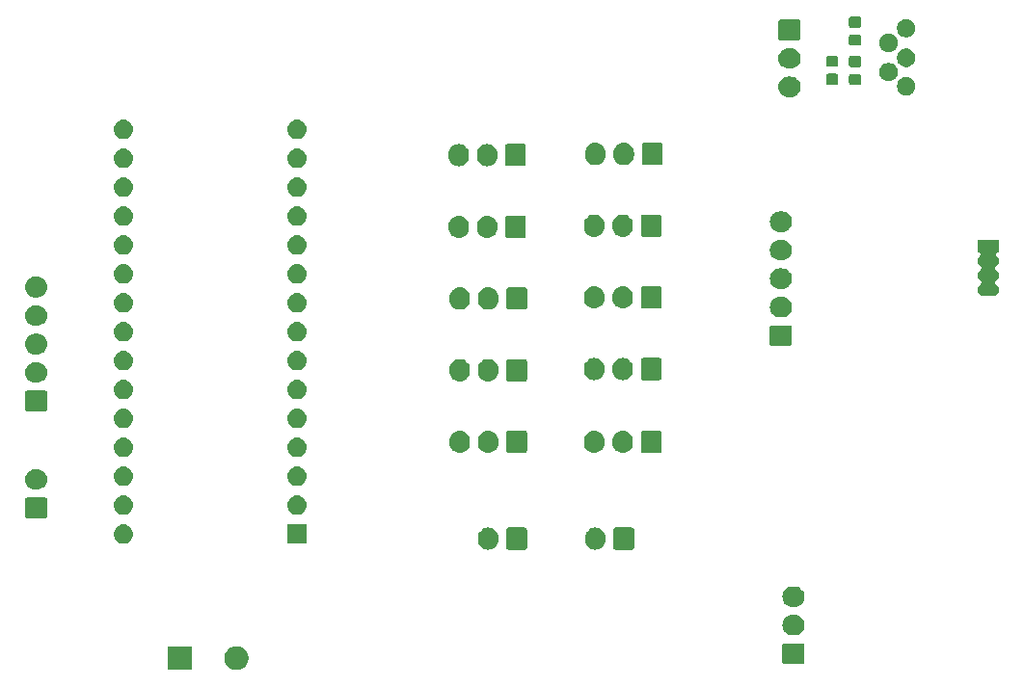
<source format=gbr>
G04 #@! TF.GenerationSoftware,KiCad,Pcbnew,(5.1.4)-1*
G04 #@! TF.CreationDate,2019-11-14T13:23:43+09:00*
G04 #@! TF.ProjectId,BT_speaker,42545f73-7065-4616-9b65-722e6b696361,rev?*
G04 #@! TF.SameCoordinates,Original*
G04 #@! TF.FileFunction,Soldermask,Bot*
G04 #@! TF.FilePolarity,Negative*
%FSLAX46Y46*%
G04 Gerber Fmt 4.6, Leading zero omitted, Abs format (unit mm)*
G04 Created by KiCad (PCBNEW (5.1.4)-1) date 2019-11-14 13:23:43*
%MOMM*%
%LPD*%
G04 APERTURE LIST*
%ADD10C,0.100000*%
G04 APERTURE END LIST*
D10*
G36*
X66406564Y-105389389D02*
G01*
X66597833Y-105468615D01*
X66597835Y-105468616D01*
X66769973Y-105583635D01*
X66916365Y-105730027D01*
X67031385Y-105902167D01*
X67110611Y-106093436D01*
X67151000Y-106296484D01*
X67151000Y-106503516D01*
X67110611Y-106706564D01*
X67035878Y-106886985D01*
X67031384Y-106897835D01*
X66916365Y-107069973D01*
X66769973Y-107216365D01*
X66597835Y-107331384D01*
X66597834Y-107331385D01*
X66597833Y-107331385D01*
X66406564Y-107410611D01*
X66203516Y-107451000D01*
X65996484Y-107451000D01*
X65793436Y-107410611D01*
X65602167Y-107331385D01*
X65602166Y-107331385D01*
X65602165Y-107331384D01*
X65430027Y-107216365D01*
X65283635Y-107069973D01*
X65168616Y-106897835D01*
X65164122Y-106886985D01*
X65089389Y-106706564D01*
X65049000Y-106503516D01*
X65049000Y-106296484D01*
X65089389Y-106093436D01*
X65168615Y-105902167D01*
X65283635Y-105730027D01*
X65430027Y-105583635D01*
X65602165Y-105468616D01*
X65602167Y-105468615D01*
X65793436Y-105389389D01*
X65996484Y-105349000D01*
X66203516Y-105349000D01*
X66406564Y-105389389D01*
X66406564Y-105389389D01*
G37*
G36*
X62151000Y-107451000D02*
G01*
X60049000Y-107451000D01*
X60049000Y-105349000D01*
X62151000Y-105349000D01*
X62151000Y-107451000D01*
X62151000Y-107451000D01*
G37*
G36*
X115833600Y-105102989D02*
G01*
X115866652Y-105113015D01*
X115897103Y-105129292D01*
X115923799Y-105151201D01*
X115945708Y-105177897D01*
X115961985Y-105208348D01*
X115972011Y-105241400D01*
X115976000Y-105281903D01*
X115976000Y-106718097D01*
X115972011Y-106758600D01*
X115961985Y-106791652D01*
X115945708Y-106822103D01*
X115923799Y-106848799D01*
X115897103Y-106870708D01*
X115866652Y-106886985D01*
X115833600Y-106897011D01*
X115793097Y-106901000D01*
X114206903Y-106901000D01*
X114166400Y-106897011D01*
X114133348Y-106886985D01*
X114102897Y-106870708D01*
X114076201Y-106848799D01*
X114054292Y-106822103D01*
X114038015Y-106791652D01*
X114027989Y-106758600D01*
X114024000Y-106718097D01*
X114024000Y-105281903D01*
X114027989Y-105241400D01*
X114038015Y-105208348D01*
X114054292Y-105177897D01*
X114076201Y-105151201D01*
X114102897Y-105129292D01*
X114133348Y-105113015D01*
X114166400Y-105102989D01*
X114206903Y-105099000D01*
X115793097Y-105099000D01*
X115833600Y-105102989D01*
X115833600Y-105102989D01*
G37*
G36*
X115185443Y-102605519D02*
G01*
X115251627Y-102612037D01*
X115421466Y-102663557D01*
X115577991Y-102747222D01*
X115613729Y-102776552D01*
X115715186Y-102859814D01*
X115798448Y-102961271D01*
X115827778Y-102997009D01*
X115911443Y-103153534D01*
X115962963Y-103323373D01*
X115980359Y-103500000D01*
X115962963Y-103676627D01*
X115911443Y-103846466D01*
X115827778Y-104002991D01*
X115798448Y-104038729D01*
X115715186Y-104140186D01*
X115613729Y-104223448D01*
X115577991Y-104252778D01*
X115421466Y-104336443D01*
X115251627Y-104387963D01*
X115185442Y-104394482D01*
X115119260Y-104401000D01*
X114880740Y-104401000D01*
X114814557Y-104394481D01*
X114748373Y-104387963D01*
X114578534Y-104336443D01*
X114422009Y-104252778D01*
X114386271Y-104223448D01*
X114284814Y-104140186D01*
X114201552Y-104038729D01*
X114172222Y-104002991D01*
X114088557Y-103846466D01*
X114037037Y-103676627D01*
X114019641Y-103500000D01*
X114037037Y-103323373D01*
X114088557Y-103153534D01*
X114172222Y-102997009D01*
X114201552Y-102961271D01*
X114284814Y-102859814D01*
X114386271Y-102776552D01*
X114422009Y-102747222D01*
X114578534Y-102663557D01*
X114748373Y-102612037D01*
X114814557Y-102605519D01*
X114880740Y-102599000D01*
X115119260Y-102599000D01*
X115185443Y-102605519D01*
X115185443Y-102605519D01*
G37*
G36*
X115185443Y-100105519D02*
G01*
X115251627Y-100112037D01*
X115421466Y-100163557D01*
X115577991Y-100247222D01*
X115613729Y-100276552D01*
X115715186Y-100359814D01*
X115798448Y-100461271D01*
X115827778Y-100497009D01*
X115911443Y-100653534D01*
X115962963Y-100823373D01*
X115980359Y-101000000D01*
X115962963Y-101176627D01*
X115911443Y-101346466D01*
X115827778Y-101502991D01*
X115798448Y-101538729D01*
X115715186Y-101640186D01*
X115613729Y-101723448D01*
X115577991Y-101752778D01*
X115421466Y-101836443D01*
X115251627Y-101887963D01*
X115185442Y-101894482D01*
X115119260Y-101901000D01*
X114880740Y-101901000D01*
X114814557Y-101894481D01*
X114748373Y-101887963D01*
X114578534Y-101836443D01*
X114422009Y-101752778D01*
X114386271Y-101723448D01*
X114284814Y-101640186D01*
X114201552Y-101538729D01*
X114172222Y-101502991D01*
X114088557Y-101346466D01*
X114037037Y-101176627D01*
X114019641Y-101000000D01*
X114037037Y-100823373D01*
X114088557Y-100653534D01*
X114172222Y-100497009D01*
X114201552Y-100461271D01*
X114284814Y-100359814D01*
X114386271Y-100276552D01*
X114422009Y-100247222D01*
X114578534Y-100163557D01*
X114748373Y-100112037D01*
X114814557Y-100105519D01*
X114880740Y-100099000D01*
X115119260Y-100099000D01*
X115185443Y-100105519D01*
X115185443Y-100105519D01*
G37*
G36*
X88376627Y-94937037D02*
G01*
X88546466Y-94988557D01*
X88702991Y-95072222D01*
X88738729Y-95101552D01*
X88840186Y-95184814D01*
X88923448Y-95286271D01*
X88952778Y-95322009D01*
X89036443Y-95478535D01*
X89087963Y-95648374D01*
X89101000Y-95780743D01*
X89101000Y-96019258D01*
X89087963Y-96151627D01*
X89036443Y-96321466D01*
X88952778Y-96477991D01*
X88923448Y-96513729D01*
X88840186Y-96615186D01*
X88702989Y-96727779D01*
X88546467Y-96811442D01*
X88546465Y-96811443D01*
X88376626Y-96862963D01*
X88200000Y-96880359D01*
X88023373Y-96862963D01*
X87853534Y-96811443D01*
X87697009Y-96727778D01*
X87654750Y-96693097D01*
X87559814Y-96615186D01*
X87447221Y-96477989D01*
X87363558Y-96321467D01*
X87354020Y-96290025D01*
X87312037Y-96151626D01*
X87299000Y-96019257D01*
X87299000Y-95780742D01*
X87312037Y-95648373D01*
X87363557Y-95478534D01*
X87447222Y-95322009D01*
X87491217Y-95268401D01*
X87559814Y-95184815D01*
X87654751Y-95106903D01*
X87697010Y-95072222D01*
X87853535Y-94988557D01*
X88023374Y-94937037D01*
X88200000Y-94919641D01*
X88376627Y-94937037D01*
X88376627Y-94937037D01*
G37*
G36*
X97776627Y-94937037D02*
G01*
X97946466Y-94988557D01*
X98102991Y-95072222D01*
X98138729Y-95101552D01*
X98240186Y-95184814D01*
X98323448Y-95286271D01*
X98352778Y-95322009D01*
X98436443Y-95478535D01*
X98487963Y-95648374D01*
X98501000Y-95780743D01*
X98501000Y-96019258D01*
X98487963Y-96151627D01*
X98436443Y-96321466D01*
X98352778Y-96477991D01*
X98323448Y-96513729D01*
X98240186Y-96615186D01*
X98102989Y-96727779D01*
X97946467Y-96811442D01*
X97946465Y-96811443D01*
X97776626Y-96862963D01*
X97600000Y-96880359D01*
X97423373Y-96862963D01*
X97253534Y-96811443D01*
X97097009Y-96727778D01*
X97054750Y-96693097D01*
X96959814Y-96615186D01*
X96847221Y-96477989D01*
X96763558Y-96321467D01*
X96754020Y-96290025D01*
X96712037Y-96151626D01*
X96699000Y-96019257D01*
X96699000Y-95780742D01*
X96712037Y-95648373D01*
X96763557Y-95478534D01*
X96847222Y-95322009D01*
X96891217Y-95268401D01*
X96959814Y-95184815D01*
X97054751Y-95106903D01*
X97097010Y-95072222D01*
X97253535Y-94988557D01*
X97423374Y-94937037D01*
X97600000Y-94919641D01*
X97776627Y-94937037D01*
X97776627Y-94937037D01*
G37*
G36*
X100858600Y-94927989D02*
G01*
X100891652Y-94938015D01*
X100922103Y-94954292D01*
X100948799Y-94976201D01*
X100970708Y-95002897D01*
X100986985Y-95033348D01*
X100997011Y-95066400D01*
X101001000Y-95106903D01*
X101001000Y-96693097D01*
X100997011Y-96733600D01*
X100986985Y-96766652D01*
X100970708Y-96797103D01*
X100948799Y-96823799D01*
X100922103Y-96845708D01*
X100891652Y-96861985D01*
X100858600Y-96872011D01*
X100818097Y-96876000D01*
X99381903Y-96876000D01*
X99341400Y-96872011D01*
X99308348Y-96861985D01*
X99277897Y-96845708D01*
X99251201Y-96823799D01*
X99229292Y-96797103D01*
X99213015Y-96766652D01*
X99202989Y-96733600D01*
X99199000Y-96693097D01*
X99199000Y-95106903D01*
X99202989Y-95066400D01*
X99213015Y-95033348D01*
X99229292Y-95002897D01*
X99251201Y-94976201D01*
X99277897Y-94954292D01*
X99308348Y-94938015D01*
X99341400Y-94927989D01*
X99381903Y-94924000D01*
X100818097Y-94924000D01*
X100858600Y-94927989D01*
X100858600Y-94927989D01*
G37*
G36*
X91458600Y-94927989D02*
G01*
X91491652Y-94938015D01*
X91522103Y-94954292D01*
X91548799Y-94976201D01*
X91570708Y-95002897D01*
X91586985Y-95033348D01*
X91597011Y-95066400D01*
X91601000Y-95106903D01*
X91601000Y-96693097D01*
X91597011Y-96733600D01*
X91586985Y-96766652D01*
X91570708Y-96797103D01*
X91548799Y-96823799D01*
X91522103Y-96845708D01*
X91491652Y-96861985D01*
X91458600Y-96872011D01*
X91418097Y-96876000D01*
X89981903Y-96876000D01*
X89941400Y-96872011D01*
X89908348Y-96861985D01*
X89877897Y-96845708D01*
X89851201Y-96823799D01*
X89829292Y-96797103D01*
X89813015Y-96766652D01*
X89802989Y-96733600D01*
X89799000Y-96693097D01*
X89799000Y-95106903D01*
X89802989Y-95066400D01*
X89813015Y-95033348D01*
X89829292Y-95002897D01*
X89851201Y-94976201D01*
X89877897Y-94954292D01*
X89908348Y-94938015D01*
X89941400Y-94927989D01*
X89981903Y-94924000D01*
X91418097Y-94924000D01*
X91458600Y-94927989D01*
X91458600Y-94927989D01*
G37*
G36*
X72251000Y-96351000D02*
G01*
X70549000Y-96351000D01*
X70549000Y-94649000D01*
X72251000Y-94649000D01*
X72251000Y-96351000D01*
X72251000Y-96351000D01*
G37*
G36*
X56326823Y-94661313D02*
G01*
X56487242Y-94709976D01*
X56619906Y-94780886D01*
X56635078Y-94788996D01*
X56764659Y-94895341D01*
X56871004Y-95024922D01*
X56871005Y-95024924D01*
X56950024Y-95172758D01*
X56950025Y-95172761D01*
X56954951Y-95189000D01*
X56998687Y-95333177D01*
X57015117Y-95500000D01*
X56998687Y-95666823D01*
X56950024Y-95827242D01*
X56879114Y-95959906D01*
X56871004Y-95975078D01*
X56764659Y-96104659D01*
X56635078Y-96211004D01*
X56635076Y-96211005D01*
X56487242Y-96290024D01*
X56326823Y-96338687D01*
X56201804Y-96351000D01*
X56118196Y-96351000D01*
X55993177Y-96338687D01*
X55832758Y-96290024D01*
X55684924Y-96211005D01*
X55684922Y-96211004D01*
X55555341Y-96104659D01*
X55448996Y-95975078D01*
X55440886Y-95959906D01*
X55369976Y-95827242D01*
X55321313Y-95666823D01*
X55304883Y-95500000D01*
X55321313Y-95333177D01*
X55365049Y-95189000D01*
X55369975Y-95172761D01*
X55369976Y-95172758D01*
X55448995Y-95024924D01*
X55448996Y-95024922D01*
X55555341Y-94895341D01*
X55684922Y-94788996D01*
X55700094Y-94780886D01*
X55832758Y-94709976D01*
X55993177Y-94661313D01*
X56118196Y-94649000D01*
X56201804Y-94649000D01*
X56326823Y-94661313D01*
X56326823Y-94661313D01*
G37*
G36*
X49333600Y-92302989D02*
G01*
X49366652Y-92313015D01*
X49397103Y-92329292D01*
X49423799Y-92351201D01*
X49445708Y-92377897D01*
X49461985Y-92408348D01*
X49472011Y-92441400D01*
X49476000Y-92481903D01*
X49476000Y-93918097D01*
X49472011Y-93958600D01*
X49461985Y-93991652D01*
X49445708Y-94022103D01*
X49423799Y-94048799D01*
X49397103Y-94070708D01*
X49366652Y-94086985D01*
X49333600Y-94097011D01*
X49293097Y-94101000D01*
X47706903Y-94101000D01*
X47666400Y-94097011D01*
X47633348Y-94086985D01*
X47602897Y-94070708D01*
X47576201Y-94048799D01*
X47554292Y-94022103D01*
X47538015Y-93991652D01*
X47527989Y-93958600D01*
X47524000Y-93918097D01*
X47524000Y-92481903D01*
X47527989Y-92441400D01*
X47538015Y-92408348D01*
X47554292Y-92377897D01*
X47576201Y-92351201D01*
X47602897Y-92329292D01*
X47633348Y-92313015D01*
X47666400Y-92302989D01*
X47706903Y-92299000D01*
X49293097Y-92299000D01*
X49333600Y-92302989D01*
X49333600Y-92302989D01*
G37*
G36*
X56326823Y-92121313D02*
G01*
X56487242Y-92169976D01*
X56619906Y-92240886D01*
X56635078Y-92248996D01*
X56764659Y-92355341D01*
X56871004Y-92484922D01*
X56871005Y-92484924D01*
X56950024Y-92632758D01*
X56998687Y-92793177D01*
X57015117Y-92960000D01*
X56998687Y-93126823D01*
X56950024Y-93287242D01*
X56879114Y-93419906D01*
X56871004Y-93435078D01*
X56764659Y-93564659D01*
X56635078Y-93671004D01*
X56635076Y-93671005D01*
X56487242Y-93750024D01*
X56326823Y-93798687D01*
X56201804Y-93811000D01*
X56118196Y-93811000D01*
X55993177Y-93798687D01*
X55832758Y-93750024D01*
X55684924Y-93671005D01*
X55684922Y-93671004D01*
X55555341Y-93564659D01*
X55448996Y-93435078D01*
X55440886Y-93419906D01*
X55369976Y-93287242D01*
X55321313Y-93126823D01*
X55304883Y-92960000D01*
X55321313Y-92793177D01*
X55369976Y-92632758D01*
X55448995Y-92484924D01*
X55448996Y-92484922D01*
X55555341Y-92355341D01*
X55684922Y-92248996D01*
X55700094Y-92240886D01*
X55832758Y-92169976D01*
X55993177Y-92121313D01*
X56118196Y-92109000D01*
X56201804Y-92109000D01*
X56326823Y-92121313D01*
X56326823Y-92121313D01*
G37*
G36*
X71566823Y-92121313D02*
G01*
X71727242Y-92169976D01*
X71859906Y-92240886D01*
X71875078Y-92248996D01*
X72004659Y-92355341D01*
X72111004Y-92484922D01*
X72111005Y-92484924D01*
X72190024Y-92632758D01*
X72238687Y-92793177D01*
X72255117Y-92960000D01*
X72238687Y-93126823D01*
X72190024Y-93287242D01*
X72119114Y-93419906D01*
X72111004Y-93435078D01*
X72004659Y-93564659D01*
X71875078Y-93671004D01*
X71875076Y-93671005D01*
X71727242Y-93750024D01*
X71566823Y-93798687D01*
X71441804Y-93811000D01*
X71358196Y-93811000D01*
X71233177Y-93798687D01*
X71072758Y-93750024D01*
X70924924Y-93671005D01*
X70924922Y-93671004D01*
X70795341Y-93564659D01*
X70688996Y-93435078D01*
X70680886Y-93419906D01*
X70609976Y-93287242D01*
X70561313Y-93126823D01*
X70544883Y-92960000D01*
X70561313Y-92793177D01*
X70609976Y-92632758D01*
X70688995Y-92484924D01*
X70688996Y-92484922D01*
X70795341Y-92355341D01*
X70924922Y-92248996D01*
X70940094Y-92240886D01*
X71072758Y-92169976D01*
X71233177Y-92121313D01*
X71358196Y-92109000D01*
X71441804Y-92109000D01*
X71566823Y-92121313D01*
X71566823Y-92121313D01*
G37*
G36*
X48685442Y-89805518D02*
G01*
X48751627Y-89812037D01*
X48921466Y-89863557D01*
X49077991Y-89947222D01*
X49113729Y-89976552D01*
X49215186Y-90059814D01*
X49298448Y-90161271D01*
X49327778Y-90197009D01*
X49411443Y-90353534D01*
X49462963Y-90523373D01*
X49480359Y-90700000D01*
X49462963Y-90876627D01*
X49411443Y-91046466D01*
X49327778Y-91202991D01*
X49322006Y-91210024D01*
X49215186Y-91340186D01*
X49113729Y-91423448D01*
X49077991Y-91452778D01*
X48921466Y-91536443D01*
X48751627Y-91587963D01*
X48685442Y-91594482D01*
X48619260Y-91601000D01*
X48380740Y-91601000D01*
X48314558Y-91594482D01*
X48248373Y-91587963D01*
X48078534Y-91536443D01*
X47922009Y-91452778D01*
X47886271Y-91423448D01*
X47784814Y-91340186D01*
X47677994Y-91210024D01*
X47672222Y-91202991D01*
X47588557Y-91046466D01*
X47537037Y-90876627D01*
X47519641Y-90700000D01*
X47537037Y-90523373D01*
X47588557Y-90353534D01*
X47672222Y-90197009D01*
X47701552Y-90161271D01*
X47784814Y-90059814D01*
X47886271Y-89976552D01*
X47922009Y-89947222D01*
X48078534Y-89863557D01*
X48248373Y-89812037D01*
X48314558Y-89805518D01*
X48380740Y-89799000D01*
X48619260Y-89799000D01*
X48685442Y-89805518D01*
X48685442Y-89805518D01*
G37*
G36*
X56326823Y-89581313D02*
G01*
X56487242Y-89629976D01*
X56619906Y-89700886D01*
X56635078Y-89708996D01*
X56764659Y-89815341D01*
X56871004Y-89944922D01*
X56871005Y-89944924D01*
X56950024Y-90092758D01*
X56998687Y-90253177D01*
X57015117Y-90420000D01*
X56998687Y-90586823D01*
X56950024Y-90747242D01*
X56880867Y-90876625D01*
X56871004Y-90895078D01*
X56764659Y-91024659D01*
X56635078Y-91131004D01*
X56635076Y-91131005D01*
X56487242Y-91210024D01*
X56326823Y-91258687D01*
X56201804Y-91271000D01*
X56118196Y-91271000D01*
X55993177Y-91258687D01*
X55832758Y-91210024D01*
X55684924Y-91131005D01*
X55684922Y-91131004D01*
X55555341Y-91024659D01*
X55448996Y-90895078D01*
X55439133Y-90876625D01*
X55369976Y-90747242D01*
X55321313Y-90586823D01*
X55304883Y-90420000D01*
X55321313Y-90253177D01*
X55369976Y-90092758D01*
X55448995Y-89944924D01*
X55448996Y-89944922D01*
X55555341Y-89815341D01*
X55684922Y-89708996D01*
X55700094Y-89700886D01*
X55832758Y-89629976D01*
X55993177Y-89581313D01*
X56118196Y-89569000D01*
X56201804Y-89569000D01*
X56326823Y-89581313D01*
X56326823Y-89581313D01*
G37*
G36*
X71566823Y-89581313D02*
G01*
X71727242Y-89629976D01*
X71859906Y-89700886D01*
X71875078Y-89708996D01*
X72004659Y-89815341D01*
X72111004Y-89944922D01*
X72111005Y-89944924D01*
X72190024Y-90092758D01*
X72238687Y-90253177D01*
X72255117Y-90420000D01*
X72238687Y-90586823D01*
X72190024Y-90747242D01*
X72120867Y-90876625D01*
X72111004Y-90895078D01*
X72004659Y-91024659D01*
X71875078Y-91131004D01*
X71875076Y-91131005D01*
X71727242Y-91210024D01*
X71566823Y-91258687D01*
X71441804Y-91271000D01*
X71358196Y-91271000D01*
X71233177Y-91258687D01*
X71072758Y-91210024D01*
X70924924Y-91131005D01*
X70924922Y-91131004D01*
X70795341Y-91024659D01*
X70688996Y-90895078D01*
X70679133Y-90876625D01*
X70609976Y-90747242D01*
X70561313Y-90586823D01*
X70544883Y-90420000D01*
X70561313Y-90253177D01*
X70609976Y-90092758D01*
X70688995Y-89944924D01*
X70688996Y-89944922D01*
X70795341Y-89815341D01*
X70924922Y-89708996D01*
X70940094Y-89700886D01*
X71072758Y-89629976D01*
X71233177Y-89581313D01*
X71358196Y-89569000D01*
X71441804Y-89569000D01*
X71566823Y-89581313D01*
X71566823Y-89581313D01*
G37*
G36*
X71566823Y-87041313D02*
G01*
X71727242Y-87089976D01*
X71859906Y-87160886D01*
X71875078Y-87168996D01*
X72004659Y-87275341D01*
X72111004Y-87404922D01*
X72111005Y-87404924D01*
X72190024Y-87552758D01*
X72238687Y-87713177D01*
X72255117Y-87880000D01*
X72238687Y-88046823D01*
X72190024Y-88207242D01*
X72141992Y-88297103D01*
X72111004Y-88355078D01*
X72004659Y-88484659D01*
X71875078Y-88591004D01*
X71875076Y-88591005D01*
X71727242Y-88670024D01*
X71566823Y-88718687D01*
X71441804Y-88731000D01*
X71358196Y-88731000D01*
X71233177Y-88718687D01*
X71072758Y-88670024D01*
X70924924Y-88591005D01*
X70924922Y-88591004D01*
X70795341Y-88484659D01*
X70688996Y-88355078D01*
X70658008Y-88297103D01*
X70609976Y-88207242D01*
X70561313Y-88046823D01*
X70544883Y-87880000D01*
X70561313Y-87713177D01*
X70609976Y-87552758D01*
X70688995Y-87404924D01*
X70688996Y-87404922D01*
X70795341Y-87275341D01*
X70924922Y-87168996D01*
X70940094Y-87160886D01*
X71072758Y-87089976D01*
X71233177Y-87041313D01*
X71358196Y-87029000D01*
X71441804Y-87029000D01*
X71566823Y-87041313D01*
X71566823Y-87041313D01*
G37*
G36*
X56326823Y-87041313D02*
G01*
X56487242Y-87089976D01*
X56619906Y-87160886D01*
X56635078Y-87168996D01*
X56764659Y-87275341D01*
X56871004Y-87404922D01*
X56871005Y-87404924D01*
X56950024Y-87552758D01*
X56998687Y-87713177D01*
X57015117Y-87880000D01*
X56998687Y-88046823D01*
X56950024Y-88207242D01*
X56901992Y-88297103D01*
X56871004Y-88355078D01*
X56764659Y-88484659D01*
X56635078Y-88591004D01*
X56635076Y-88591005D01*
X56487242Y-88670024D01*
X56326823Y-88718687D01*
X56201804Y-88731000D01*
X56118196Y-88731000D01*
X55993177Y-88718687D01*
X55832758Y-88670024D01*
X55684924Y-88591005D01*
X55684922Y-88591004D01*
X55555341Y-88484659D01*
X55448996Y-88355078D01*
X55418008Y-88297103D01*
X55369976Y-88207242D01*
X55321313Y-88046823D01*
X55304883Y-87880000D01*
X55321313Y-87713177D01*
X55369976Y-87552758D01*
X55448995Y-87404924D01*
X55448996Y-87404922D01*
X55555341Y-87275341D01*
X55684922Y-87168996D01*
X55700094Y-87160886D01*
X55832758Y-87089976D01*
X55993177Y-87041313D01*
X56118196Y-87029000D01*
X56201804Y-87029000D01*
X56326823Y-87041313D01*
X56326823Y-87041313D01*
G37*
G36*
X97676627Y-86437037D02*
G01*
X97846466Y-86488557D01*
X98002991Y-86572222D01*
X98038729Y-86601552D01*
X98140186Y-86684814D01*
X98223448Y-86786271D01*
X98252778Y-86822009D01*
X98336443Y-86978535D01*
X98387963Y-87148374D01*
X98401000Y-87280743D01*
X98401000Y-87519258D01*
X98387963Y-87651627D01*
X98336443Y-87821466D01*
X98252778Y-87977991D01*
X98223448Y-88013729D01*
X98140186Y-88115186D01*
X98002989Y-88227779D01*
X97846467Y-88311442D01*
X97846465Y-88311443D01*
X97676626Y-88362963D01*
X97500000Y-88380359D01*
X97323373Y-88362963D01*
X97153534Y-88311443D01*
X96997009Y-88227778D01*
X96954750Y-88193097D01*
X96859814Y-88115186D01*
X96747221Y-87977989D01*
X96663558Y-87821467D01*
X96663557Y-87821465D01*
X96612037Y-87651626D01*
X96602300Y-87552761D01*
X96599000Y-87519259D01*
X96599000Y-87280740D01*
X96612037Y-87148375D01*
X96612037Y-87148373D01*
X96663557Y-86978534D01*
X96747222Y-86822009D01*
X96791217Y-86768401D01*
X96859814Y-86684815D01*
X96954751Y-86606903D01*
X96997010Y-86572222D01*
X97153535Y-86488557D01*
X97323374Y-86437037D01*
X97500000Y-86419641D01*
X97676627Y-86437037D01*
X97676627Y-86437037D01*
G37*
G36*
X88376627Y-86437037D02*
G01*
X88546466Y-86488557D01*
X88702991Y-86572222D01*
X88738729Y-86601552D01*
X88840186Y-86684814D01*
X88923448Y-86786271D01*
X88952778Y-86822009D01*
X89036443Y-86978535D01*
X89087963Y-87148374D01*
X89101000Y-87280743D01*
X89101000Y-87519258D01*
X89087963Y-87651627D01*
X89036443Y-87821466D01*
X88952778Y-87977991D01*
X88923448Y-88013729D01*
X88840186Y-88115186D01*
X88702989Y-88227779D01*
X88546467Y-88311442D01*
X88546465Y-88311443D01*
X88376626Y-88362963D01*
X88200000Y-88380359D01*
X88023373Y-88362963D01*
X87853534Y-88311443D01*
X87697009Y-88227778D01*
X87654750Y-88193097D01*
X87559814Y-88115186D01*
X87447221Y-87977989D01*
X87363558Y-87821467D01*
X87363557Y-87821465D01*
X87312037Y-87651626D01*
X87302300Y-87552761D01*
X87299000Y-87519259D01*
X87299000Y-87280740D01*
X87312037Y-87148375D01*
X87312037Y-87148373D01*
X87363557Y-86978534D01*
X87447222Y-86822009D01*
X87491217Y-86768401D01*
X87559814Y-86684815D01*
X87654751Y-86606903D01*
X87697010Y-86572222D01*
X87853535Y-86488557D01*
X88023374Y-86437037D01*
X88200000Y-86419641D01*
X88376627Y-86437037D01*
X88376627Y-86437037D01*
G37*
G36*
X85876627Y-86437037D02*
G01*
X86046466Y-86488557D01*
X86202991Y-86572222D01*
X86238729Y-86601552D01*
X86340186Y-86684814D01*
X86423448Y-86786271D01*
X86452778Y-86822009D01*
X86536443Y-86978535D01*
X86587963Y-87148374D01*
X86601000Y-87280743D01*
X86601000Y-87519258D01*
X86587963Y-87651627D01*
X86536443Y-87821466D01*
X86452778Y-87977991D01*
X86423448Y-88013729D01*
X86340186Y-88115186D01*
X86202989Y-88227779D01*
X86046467Y-88311442D01*
X86046465Y-88311443D01*
X85876626Y-88362963D01*
X85700000Y-88380359D01*
X85523373Y-88362963D01*
X85353534Y-88311443D01*
X85197009Y-88227778D01*
X85154750Y-88193097D01*
X85059814Y-88115186D01*
X84947221Y-87977989D01*
X84863558Y-87821467D01*
X84863557Y-87821465D01*
X84812037Y-87651626D01*
X84802300Y-87552761D01*
X84799000Y-87519259D01*
X84799000Y-87280740D01*
X84812037Y-87148375D01*
X84812037Y-87148373D01*
X84863557Y-86978534D01*
X84947222Y-86822009D01*
X84991217Y-86768401D01*
X85059814Y-86684815D01*
X85154751Y-86606903D01*
X85197010Y-86572222D01*
X85353535Y-86488557D01*
X85523374Y-86437037D01*
X85700000Y-86419641D01*
X85876627Y-86437037D01*
X85876627Y-86437037D01*
G37*
G36*
X100176627Y-86437037D02*
G01*
X100346466Y-86488557D01*
X100502991Y-86572222D01*
X100538729Y-86601552D01*
X100640186Y-86684814D01*
X100723448Y-86786271D01*
X100752778Y-86822009D01*
X100836443Y-86978535D01*
X100887963Y-87148374D01*
X100901000Y-87280743D01*
X100901000Y-87519258D01*
X100887963Y-87651627D01*
X100836443Y-87821466D01*
X100752778Y-87977991D01*
X100723448Y-88013729D01*
X100640186Y-88115186D01*
X100502989Y-88227779D01*
X100346467Y-88311442D01*
X100346465Y-88311443D01*
X100176626Y-88362963D01*
X100000000Y-88380359D01*
X99823373Y-88362963D01*
X99653534Y-88311443D01*
X99497009Y-88227778D01*
X99454750Y-88193097D01*
X99359814Y-88115186D01*
X99247221Y-87977989D01*
X99163558Y-87821467D01*
X99163557Y-87821465D01*
X99112037Y-87651626D01*
X99102300Y-87552761D01*
X99099000Y-87519259D01*
X99099000Y-87280740D01*
X99112037Y-87148375D01*
X99112037Y-87148373D01*
X99163557Y-86978534D01*
X99247222Y-86822009D01*
X99291217Y-86768401D01*
X99359814Y-86684815D01*
X99454751Y-86606903D01*
X99497010Y-86572222D01*
X99653535Y-86488557D01*
X99823374Y-86437037D01*
X100000000Y-86419641D01*
X100176627Y-86437037D01*
X100176627Y-86437037D01*
G37*
G36*
X103258600Y-86427989D02*
G01*
X103291652Y-86438015D01*
X103322103Y-86454292D01*
X103348799Y-86476201D01*
X103370708Y-86502897D01*
X103386985Y-86533348D01*
X103397011Y-86566400D01*
X103401000Y-86606903D01*
X103401000Y-88193097D01*
X103397011Y-88233600D01*
X103386985Y-88266652D01*
X103370708Y-88297103D01*
X103348799Y-88323799D01*
X103322103Y-88345708D01*
X103291652Y-88361985D01*
X103258600Y-88372011D01*
X103218097Y-88376000D01*
X101781903Y-88376000D01*
X101741400Y-88372011D01*
X101708348Y-88361985D01*
X101677897Y-88345708D01*
X101651201Y-88323799D01*
X101629292Y-88297103D01*
X101613015Y-88266652D01*
X101602989Y-88233600D01*
X101599000Y-88193097D01*
X101599000Y-86606903D01*
X101602989Y-86566400D01*
X101613015Y-86533348D01*
X101629292Y-86502897D01*
X101651201Y-86476201D01*
X101677897Y-86454292D01*
X101708348Y-86438015D01*
X101741400Y-86427989D01*
X101781903Y-86424000D01*
X103218097Y-86424000D01*
X103258600Y-86427989D01*
X103258600Y-86427989D01*
G37*
G36*
X91458600Y-86427989D02*
G01*
X91491652Y-86438015D01*
X91522103Y-86454292D01*
X91548799Y-86476201D01*
X91570708Y-86502897D01*
X91586985Y-86533348D01*
X91597011Y-86566400D01*
X91601000Y-86606903D01*
X91601000Y-88193097D01*
X91597011Y-88233600D01*
X91586985Y-88266652D01*
X91570708Y-88297103D01*
X91548799Y-88323799D01*
X91522103Y-88345708D01*
X91491652Y-88361985D01*
X91458600Y-88372011D01*
X91418097Y-88376000D01*
X89981903Y-88376000D01*
X89941400Y-88372011D01*
X89908348Y-88361985D01*
X89877897Y-88345708D01*
X89851201Y-88323799D01*
X89829292Y-88297103D01*
X89813015Y-88266652D01*
X89802989Y-88233600D01*
X89799000Y-88193097D01*
X89799000Y-86606903D01*
X89802989Y-86566400D01*
X89813015Y-86533348D01*
X89829292Y-86502897D01*
X89851201Y-86476201D01*
X89877897Y-86454292D01*
X89908348Y-86438015D01*
X89941400Y-86427989D01*
X89981903Y-86424000D01*
X91418097Y-86424000D01*
X91458600Y-86427989D01*
X91458600Y-86427989D01*
G37*
G36*
X56326823Y-84501313D02*
G01*
X56487242Y-84549976D01*
X56549448Y-84583226D01*
X56635078Y-84628996D01*
X56764659Y-84735341D01*
X56871004Y-84864922D01*
X56871005Y-84864924D01*
X56950024Y-85012758D01*
X56998687Y-85173177D01*
X57015117Y-85340000D01*
X56998687Y-85506823D01*
X56950024Y-85667242D01*
X56879114Y-85799906D01*
X56871004Y-85815078D01*
X56764659Y-85944659D01*
X56635078Y-86051004D01*
X56635076Y-86051005D01*
X56487242Y-86130024D01*
X56326823Y-86178687D01*
X56201804Y-86191000D01*
X56118196Y-86191000D01*
X55993177Y-86178687D01*
X55832758Y-86130024D01*
X55684924Y-86051005D01*
X55684922Y-86051004D01*
X55555341Y-85944659D01*
X55448996Y-85815078D01*
X55440886Y-85799906D01*
X55369976Y-85667242D01*
X55321313Y-85506823D01*
X55304883Y-85340000D01*
X55321313Y-85173177D01*
X55369976Y-85012758D01*
X55448995Y-84864924D01*
X55448996Y-84864922D01*
X55555341Y-84735341D01*
X55684922Y-84628996D01*
X55770552Y-84583226D01*
X55832758Y-84549976D01*
X55993177Y-84501313D01*
X56118196Y-84489000D01*
X56201804Y-84489000D01*
X56326823Y-84501313D01*
X56326823Y-84501313D01*
G37*
G36*
X71566823Y-84501313D02*
G01*
X71727242Y-84549976D01*
X71789448Y-84583226D01*
X71875078Y-84628996D01*
X72004659Y-84735341D01*
X72111004Y-84864922D01*
X72111005Y-84864924D01*
X72190024Y-85012758D01*
X72238687Y-85173177D01*
X72255117Y-85340000D01*
X72238687Y-85506823D01*
X72190024Y-85667242D01*
X72119114Y-85799906D01*
X72111004Y-85815078D01*
X72004659Y-85944659D01*
X71875078Y-86051004D01*
X71875076Y-86051005D01*
X71727242Y-86130024D01*
X71566823Y-86178687D01*
X71441804Y-86191000D01*
X71358196Y-86191000D01*
X71233177Y-86178687D01*
X71072758Y-86130024D01*
X70924924Y-86051005D01*
X70924922Y-86051004D01*
X70795341Y-85944659D01*
X70688996Y-85815078D01*
X70680886Y-85799906D01*
X70609976Y-85667242D01*
X70561313Y-85506823D01*
X70544883Y-85340000D01*
X70561313Y-85173177D01*
X70609976Y-85012758D01*
X70688995Y-84864924D01*
X70688996Y-84864922D01*
X70795341Y-84735341D01*
X70924922Y-84628996D01*
X71010552Y-84583226D01*
X71072758Y-84549976D01*
X71233177Y-84501313D01*
X71358196Y-84489000D01*
X71441804Y-84489000D01*
X71566823Y-84501313D01*
X71566823Y-84501313D01*
G37*
G36*
X49333600Y-82902989D02*
G01*
X49366652Y-82913015D01*
X49397103Y-82929292D01*
X49423799Y-82951201D01*
X49445708Y-82977897D01*
X49461985Y-83008348D01*
X49472011Y-83041400D01*
X49476000Y-83081903D01*
X49476000Y-84518097D01*
X49472011Y-84558600D01*
X49461985Y-84591652D01*
X49445708Y-84622103D01*
X49423799Y-84648799D01*
X49397103Y-84670708D01*
X49366652Y-84686985D01*
X49333600Y-84697011D01*
X49293097Y-84701000D01*
X47706903Y-84701000D01*
X47666400Y-84697011D01*
X47633348Y-84686985D01*
X47602897Y-84670708D01*
X47576201Y-84648799D01*
X47554292Y-84622103D01*
X47538015Y-84591652D01*
X47527989Y-84558600D01*
X47524000Y-84518097D01*
X47524000Y-83081903D01*
X47527989Y-83041400D01*
X47538015Y-83008348D01*
X47554292Y-82977897D01*
X47576201Y-82951201D01*
X47602897Y-82929292D01*
X47633348Y-82913015D01*
X47666400Y-82902989D01*
X47706903Y-82899000D01*
X49293097Y-82899000D01*
X49333600Y-82902989D01*
X49333600Y-82902989D01*
G37*
G36*
X71566823Y-81961313D02*
G01*
X71727242Y-82009976D01*
X71843301Y-82072011D01*
X71875078Y-82088996D01*
X72004659Y-82195341D01*
X72111004Y-82324922D01*
X72111005Y-82324924D01*
X72190024Y-82472758D01*
X72238687Y-82633177D01*
X72255117Y-82800000D01*
X72238687Y-82966823D01*
X72190024Y-83127242D01*
X72170376Y-83164000D01*
X72111004Y-83275078D01*
X72004659Y-83404659D01*
X71875078Y-83511004D01*
X71875076Y-83511005D01*
X71727242Y-83590024D01*
X71566823Y-83638687D01*
X71441804Y-83651000D01*
X71358196Y-83651000D01*
X71233177Y-83638687D01*
X71072758Y-83590024D01*
X70924924Y-83511005D01*
X70924922Y-83511004D01*
X70795341Y-83404659D01*
X70688996Y-83275078D01*
X70629624Y-83164000D01*
X70609976Y-83127242D01*
X70561313Y-82966823D01*
X70544883Y-82800000D01*
X70561313Y-82633177D01*
X70609976Y-82472758D01*
X70688995Y-82324924D01*
X70688996Y-82324922D01*
X70795341Y-82195341D01*
X70924922Y-82088996D01*
X70956699Y-82072011D01*
X71072758Y-82009976D01*
X71233177Y-81961313D01*
X71358196Y-81949000D01*
X71441804Y-81949000D01*
X71566823Y-81961313D01*
X71566823Y-81961313D01*
G37*
G36*
X56326823Y-81961313D02*
G01*
X56487242Y-82009976D01*
X56603301Y-82072011D01*
X56635078Y-82088996D01*
X56764659Y-82195341D01*
X56871004Y-82324922D01*
X56871005Y-82324924D01*
X56950024Y-82472758D01*
X56998687Y-82633177D01*
X57015117Y-82800000D01*
X56998687Y-82966823D01*
X56950024Y-83127242D01*
X56930376Y-83164000D01*
X56871004Y-83275078D01*
X56764659Y-83404659D01*
X56635078Y-83511004D01*
X56635076Y-83511005D01*
X56487242Y-83590024D01*
X56326823Y-83638687D01*
X56201804Y-83651000D01*
X56118196Y-83651000D01*
X55993177Y-83638687D01*
X55832758Y-83590024D01*
X55684924Y-83511005D01*
X55684922Y-83511004D01*
X55555341Y-83404659D01*
X55448996Y-83275078D01*
X55389624Y-83164000D01*
X55369976Y-83127242D01*
X55321313Y-82966823D01*
X55304883Y-82800000D01*
X55321313Y-82633177D01*
X55369976Y-82472758D01*
X55448995Y-82324924D01*
X55448996Y-82324922D01*
X55555341Y-82195341D01*
X55684922Y-82088996D01*
X55716699Y-82072011D01*
X55832758Y-82009976D01*
X55993177Y-81961313D01*
X56118196Y-81949000D01*
X56201804Y-81949000D01*
X56326823Y-81961313D01*
X56326823Y-81961313D01*
G37*
G36*
X48685443Y-80405519D02*
G01*
X48751627Y-80412037D01*
X48921466Y-80463557D01*
X49077991Y-80547222D01*
X49113729Y-80576552D01*
X49215186Y-80659814D01*
X49287863Y-80748373D01*
X49327778Y-80797009D01*
X49327779Y-80797011D01*
X49372534Y-80880740D01*
X49411443Y-80953534D01*
X49462963Y-81123373D01*
X49480359Y-81300000D01*
X49462963Y-81476627D01*
X49411443Y-81646466D01*
X49411442Y-81646468D01*
X49394593Y-81677990D01*
X49327778Y-81802991D01*
X49307435Y-81827779D01*
X49215186Y-81940186D01*
X49113729Y-82023448D01*
X49077991Y-82052778D01*
X48921466Y-82136443D01*
X48751627Y-82187963D01*
X48685442Y-82194482D01*
X48619260Y-82201000D01*
X48380740Y-82201000D01*
X48314558Y-82194482D01*
X48248373Y-82187963D01*
X48078534Y-82136443D01*
X47922009Y-82052778D01*
X47886271Y-82023448D01*
X47784814Y-81940186D01*
X47692565Y-81827779D01*
X47672222Y-81802991D01*
X47605407Y-81677990D01*
X47588558Y-81646468D01*
X47588557Y-81646466D01*
X47537037Y-81476627D01*
X47519641Y-81300000D01*
X47537037Y-81123373D01*
X47588557Y-80953534D01*
X47627467Y-80880740D01*
X47672221Y-80797011D01*
X47672222Y-80797009D01*
X47712137Y-80748373D01*
X47784814Y-80659814D01*
X47886271Y-80576552D01*
X47922009Y-80547222D01*
X48078534Y-80463557D01*
X48248373Y-80412037D01*
X48314557Y-80405519D01*
X48380740Y-80399000D01*
X48619260Y-80399000D01*
X48685443Y-80405519D01*
X48685443Y-80405519D01*
G37*
G36*
X85876627Y-80137037D02*
G01*
X86046466Y-80188557D01*
X86202991Y-80272222D01*
X86223435Y-80289000D01*
X86340186Y-80384814D01*
X86423448Y-80486271D01*
X86452778Y-80522009D01*
X86536443Y-80678535D01*
X86587963Y-80848374D01*
X86601000Y-80980743D01*
X86601000Y-81219258D01*
X86587963Y-81351627D01*
X86536443Y-81521466D01*
X86452778Y-81677991D01*
X86425688Y-81711000D01*
X86340186Y-81815186D01*
X86202989Y-81927779D01*
X86049210Y-82009976D01*
X86046465Y-82011443D01*
X85876626Y-82062963D01*
X85700000Y-82080359D01*
X85523373Y-82062963D01*
X85353534Y-82011443D01*
X85350788Y-82009975D01*
X85197011Y-81927779D01*
X85197009Y-81927778D01*
X85154750Y-81893097D01*
X85059814Y-81815186D01*
X84947221Y-81677989D01*
X84863558Y-81521467D01*
X84849955Y-81476625D01*
X84812037Y-81351626D01*
X84799000Y-81219257D01*
X84799000Y-80980742D01*
X84812037Y-80848373D01*
X84863557Y-80678534D01*
X84947222Y-80522009D01*
X85025338Y-80426825D01*
X85059814Y-80384815D01*
X85176566Y-80289000D01*
X85197010Y-80272222D01*
X85353535Y-80188557D01*
X85523374Y-80137037D01*
X85700000Y-80119641D01*
X85876627Y-80137037D01*
X85876627Y-80137037D01*
G37*
G36*
X88376627Y-80137037D02*
G01*
X88546466Y-80188557D01*
X88702991Y-80272222D01*
X88723435Y-80289000D01*
X88840186Y-80384814D01*
X88923448Y-80486271D01*
X88952778Y-80522009D01*
X89036443Y-80678535D01*
X89087963Y-80848374D01*
X89101000Y-80980743D01*
X89101000Y-81219258D01*
X89087963Y-81351627D01*
X89036443Y-81521466D01*
X88952778Y-81677991D01*
X88925688Y-81711000D01*
X88840186Y-81815186D01*
X88702989Y-81927779D01*
X88549210Y-82009976D01*
X88546465Y-82011443D01*
X88376626Y-82062963D01*
X88200000Y-82080359D01*
X88023373Y-82062963D01*
X87853534Y-82011443D01*
X87850788Y-82009975D01*
X87697011Y-81927779D01*
X87697009Y-81927778D01*
X87654750Y-81893097D01*
X87559814Y-81815186D01*
X87447221Y-81677989D01*
X87363558Y-81521467D01*
X87349955Y-81476625D01*
X87312037Y-81351626D01*
X87299000Y-81219257D01*
X87299000Y-80980742D01*
X87312037Y-80848373D01*
X87363557Y-80678534D01*
X87447222Y-80522009D01*
X87525338Y-80426825D01*
X87559814Y-80384815D01*
X87676566Y-80289000D01*
X87697010Y-80272222D01*
X87853535Y-80188557D01*
X88023374Y-80137037D01*
X88200000Y-80119641D01*
X88376627Y-80137037D01*
X88376627Y-80137037D01*
G37*
G36*
X91458600Y-80127989D02*
G01*
X91491652Y-80138015D01*
X91522103Y-80154292D01*
X91548799Y-80176201D01*
X91570708Y-80202897D01*
X91586985Y-80233348D01*
X91597011Y-80266400D01*
X91601000Y-80306903D01*
X91601000Y-81893097D01*
X91597011Y-81933600D01*
X91586985Y-81966652D01*
X91570708Y-81997103D01*
X91548799Y-82023799D01*
X91522103Y-82045708D01*
X91491652Y-82061985D01*
X91458600Y-82072011D01*
X91418097Y-82076000D01*
X89981903Y-82076000D01*
X89941400Y-82072011D01*
X89908348Y-82061985D01*
X89877897Y-82045708D01*
X89851201Y-82023799D01*
X89829292Y-81997103D01*
X89813015Y-81966652D01*
X89802989Y-81933600D01*
X89799000Y-81893097D01*
X89799000Y-80306903D01*
X89802989Y-80266400D01*
X89813015Y-80233348D01*
X89829292Y-80202897D01*
X89851201Y-80176201D01*
X89877897Y-80154292D01*
X89908348Y-80138015D01*
X89941400Y-80127989D01*
X89981903Y-80124000D01*
X91418097Y-80124000D01*
X91458600Y-80127989D01*
X91458600Y-80127989D01*
G37*
G36*
X97676627Y-80037037D02*
G01*
X97846466Y-80088557D01*
X98002991Y-80172222D01*
X98022895Y-80188557D01*
X98140186Y-80284814D01*
X98222253Y-80384814D01*
X98252778Y-80422009D01*
X98336443Y-80578535D01*
X98387963Y-80748374D01*
X98401000Y-80880743D01*
X98401000Y-81119258D01*
X98387963Y-81251627D01*
X98336443Y-81421466D01*
X98252778Y-81577991D01*
X98223448Y-81613729D01*
X98140186Y-81715186D01*
X98002989Y-81827779D01*
X97846467Y-81911442D01*
X97846465Y-81911443D01*
X97676626Y-81962963D01*
X97500000Y-81980359D01*
X97323373Y-81962963D01*
X97153534Y-81911443D01*
X96997009Y-81827778D01*
X96954750Y-81793097D01*
X96859814Y-81715186D01*
X96747221Y-81577989D01*
X96663558Y-81421467D01*
X96642372Y-81351626D01*
X96612037Y-81251626D01*
X96605519Y-81185442D01*
X96599000Y-81119259D01*
X96599000Y-80880740D01*
X96612037Y-80748375D01*
X96612037Y-80748373D01*
X96663557Y-80578534D01*
X96747222Y-80422009D01*
X96791217Y-80368401D01*
X96859814Y-80284815D01*
X96954751Y-80206903D01*
X96997010Y-80172222D01*
X97153535Y-80088557D01*
X97323374Y-80037037D01*
X97500000Y-80019641D01*
X97676627Y-80037037D01*
X97676627Y-80037037D01*
G37*
G36*
X100176627Y-80037037D02*
G01*
X100346466Y-80088557D01*
X100502991Y-80172222D01*
X100522895Y-80188557D01*
X100640186Y-80284814D01*
X100722253Y-80384814D01*
X100752778Y-80422009D01*
X100836443Y-80578535D01*
X100887963Y-80748374D01*
X100901000Y-80880743D01*
X100901000Y-81119258D01*
X100887963Y-81251627D01*
X100836443Y-81421466D01*
X100752778Y-81577991D01*
X100723448Y-81613729D01*
X100640186Y-81715186D01*
X100502989Y-81827779D01*
X100346467Y-81911442D01*
X100346465Y-81911443D01*
X100176626Y-81962963D01*
X100000000Y-81980359D01*
X99823373Y-81962963D01*
X99653534Y-81911443D01*
X99497009Y-81827778D01*
X99454750Y-81793097D01*
X99359814Y-81715186D01*
X99247221Y-81577989D01*
X99163558Y-81421467D01*
X99142372Y-81351626D01*
X99112037Y-81251626D01*
X99105519Y-81185442D01*
X99099000Y-81119259D01*
X99099000Y-80880740D01*
X99112037Y-80748375D01*
X99112037Y-80748373D01*
X99163557Y-80578534D01*
X99247222Y-80422009D01*
X99291217Y-80368401D01*
X99359814Y-80284815D01*
X99454751Y-80206903D01*
X99497010Y-80172222D01*
X99653535Y-80088557D01*
X99823374Y-80037037D01*
X100000000Y-80019641D01*
X100176627Y-80037037D01*
X100176627Y-80037037D01*
G37*
G36*
X103258600Y-80027989D02*
G01*
X103291652Y-80038015D01*
X103322103Y-80054292D01*
X103348799Y-80076201D01*
X103370708Y-80102897D01*
X103386985Y-80133348D01*
X103397011Y-80166400D01*
X103401000Y-80206903D01*
X103401000Y-81793097D01*
X103397011Y-81833600D01*
X103386985Y-81866652D01*
X103370708Y-81897103D01*
X103348799Y-81923799D01*
X103322103Y-81945708D01*
X103291652Y-81961985D01*
X103258600Y-81972011D01*
X103218097Y-81976000D01*
X101781903Y-81976000D01*
X101741400Y-81972011D01*
X101708348Y-81961985D01*
X101677897Y-81945708D01*
X101651201Y-81923799D01*
X101629292Y-81897103D01*
X101613015Y-81866652D01*
X101602989Y-81833600D01*
X101599000Y-81793097D01*
X101599000Y-80206903D01*
X101602989Y-80166400D01*
X101613015Y-80133348D01*
X101629292Y-80102897D01*
X101651201Y-80076201D01*
X101677897Y-80054292D01*
X101708348Y-80038015D01*
X101741400Y-80027989D01*
X101781903Y-80024000D01*
X103218097Y-80024000D01*
X103258600Y-80027989D01*
X103258600Y-80027989D01*
G37*
G36*
X56326823Y-79421313D02*
G01*
X56487242Y-79469976D01*
X56619906Y-79540886D01*
X56635078Y-79548996D01*
X56764659Y-79655341D01*
X56871004Y-79784922D01*
X56871005Y-79784924D01*
X56950024Y-79932758D01*
X56998687Y-80093177D01*
X57015117Y-80260000D01*
X56998687Y-80426823D01*
X56950024Y-80587242D01*
X56911233Y-80659814D01*
X56871004Y-80735078D01*
X56764659Y-80864659D01*
X56635078Y-80971004D01*
X56635076Y-80971005D01*
X56487242Y-81050024D01*
X56326823Y-81098687D01*
X56201804Y-81111000D01*
X56118196Y-81111000D01*
X55993177Y-81098687D01*
X55832758Y-81050024D01*
X55684924Y-80971005D01*
X55684922Y-80971004D01*
X55555341Y-80864659D01*
X55448996Y-80735078D01*
X55408767Y-80659814D01*
X55369976Y-80587242D01*
X55321313Y-80426823D01*
X55304883Y-80260000D01*
X55321313Y-80093177D01*
X55369976Y-79932758D01*
X55448995Y-79784924D01*
X55448996Y-79784922D01*
X55555341Y-79655341D01*
X55684922Y-79548996D01*
X55700094Y-79540886D01*
X55832758Y-79469976D01*
X55993177Y-79421313D01*
X56118196Y-79409000D01*
X56201804Y-79409000D01*
X56326823Y-79421313D01*
X56326823Y-79421313D01*
G37*
G36*
X71566823Y-79421313D02*
G01*
X71727242Y-79469976D01*
X71859906Y-79540886D01*
X71875078Y-79548996D01*
X72004659Y-79655341D01*
X72111004Y-79784922D01*
X72111005Y-79784924D01*
X72190024Y-79932758D01*
X72238687Y-80093177D01*
X72255117Y-80260000D01*
X72238687Y-80426823D01*
X72190024Y-80587242D01*
X72151233Y-80659814D01*
X72111004Y-80735078D01*
X72004659Y-80864659D01*
X71875078Y-80971004D01*
X71875076Y-80971005D01*
X71727242Y-81050024D01*
X71566823Y-81098687D01*
X71441804Y-81111000D01*
X71358196Y-81111000D01*
X71233177Y-81098687D01*
X71072758Y-81050024D01*
X70924924Y-80971005D01*
X70924922Y-80971004D01*
X70795341Y-80864659D01*
X70688996Y-80735078D01*
X70648767Y-80659814D01*
X70609976Y-80587242D01*
X70561313Y-80426823D01*
X70544883Y-80260000D01*
X70561313Y-80093177D01*
X70609976Y-79932758D01*
X70688995Y-79784924D01*
X70688996Y-79784922D01*
X70795341Y-79655341D01*
X70924922Y-79548996D01*
X70940094Y-79540886D01*
X71072758Y-79469976D01*
X71233177Y-79421313D01*
X71358196Y-79409000D01*
X71441804Y-79409000D01*
X71566823Y-79421313D01*
X71566823Y-79421313D01*
G37*
G36*
X48685442Y-77905518D02*
G01*
X48751627Y-77912037D01*
X48921466Y-77963557D01*
X49077991Y-78047222D01*
X49078015Y-78047242D01*
X49215186Y-78159814D01*
X49298448Y-78261271D01*
X49327778Y-78297009D01*
X49411443Y-78453534D01*
X49462963Y-78623373D01*
X49480359Y-78800000D01*
X49462963Y-78976627D01*
X49411443Y-79146466D01*
X49327778Y-79302991D01*
X49298448Y-79338729D01*
X49215186Y-79440186D01*
X49113729Y-79523448D01*
X49077991Y-79552778D01*
X48921466Y-79636443D01*
X48751627Y-79687963D01*
X48685443Y-79694481D01*
X48619260Y-79701000D01*
X48380740Y-79701000D01*
X48314557Y-79694481D01*
X48248373Y-79687963D01*
X48078534Y-79636443D01*
X47922009Y-79552778D01*
X47886271Y-79523448D01*
X47784814Y-79440186D01*
X47701552Y-79338729D01*
X47672222Y-79302991D01*
X47588557Y-79146466D01*
X47537037Y-78976627D01*
X47519641Y-78800000D01*
X47537037Y-78623373D01*
X47588557Y-78453534D01*
X47672222Y-78297009D01*
X47701552Y-78261271D01*
X47784814Y-78159814D01*
X47921985Y-78047242D01*
X47922009Y-78047222D01*
X48078534Y-77963557D01*
X48248373Y-77912037D01*
X48314558Y-77905518D01*
X48380740Y-77899000D01*
X48619260Y-77899000D01*
X48685442Y-77905518D01*
X48685442Y-77905518D01*
G37*
G36*
X114733600Y-77152989D02*
G01*
X114766652Y-77163015D01*
X114797103Y-77179292D01*
X114823799Y-77201201D01*
X114845708Y-77227897D01*
X114861985Y-77258348D01*
X114872011Y-77291400D01*
X114876000Y-77331903D01*
X114876000Y-78768097D01*
X114872011Y-78808600D01*
X114861985Y-78841652D01*
X114845708Y-78872103D01*
X114823799Y-78898799D01*
X114797103Y-78920708D01*
X114766652Y-78936985D01*
X114733600Y-78947011D01*
X114693097Y-78951000D01*
X113106903Y-78951000D01*
X113066400Y-78947011D01*
X113033348Y-78936985D01*
X113002897Y-78920708D01*
X112976201Y-78898799D01*
X112954292Y-78872103D01*
X112938015Y-78841652D01*
X112927989Y-78808600D01*
X112924000Y-78768097D01*
X112924000Y-77331903D01*
X112927989Y-77291400D01*
X112938015Y-77258348D01*
X112954292Y-77227897D01*
X112976201Y-77201201D01*
X113002897Y-77179292D01*
X113033348Y-77163015D01*
X113066400Y-77152989D01*
X113106903Y-77149000D01*
X114693097Y-77149000D01*
X114733600Y-77152989D01*
X114733600Y-77152989D01*
G37*
G36*
X71566823Y-76881313D02*
G01*
X71727242Y-76929976D01*
X71859906Y-77000886D01*
X71875078Y-77008996D01*
X72004659Y-77115341D01*
X72111004Y-77244922D01*
X72111005Y-77244924D01*
X72190024Y-77392758D01*
X72238687Y-77553177D01*
X72255117Y-77720000D01*
X72238687Y-77886823D01*
X72190024Y-78047242D01*
X72129853Y-78159814D01*
X72111004Y-78195078D01*
X72004659Y-78324659D01*
X71875078Y-78431004D01*
X71875076Y-78431005D01*
X71727242Y-78510024D01*
X71566823Y-78558687D01*
X71441804Y-78571000D01*
X71358196Y-78571000D01*
X71233177Y-78558687D01*
X71072758Y-78510024D01*
X70924924Y-78431005D01*
X70924922Y-78431004D01*
X70795341Y-78324659D01*
X70688996Y-78195078D01*
X70670147Y-78159814D01*
X70609976Y-78047242D01*
X70561313Y-77886823D01*
X70544883Y-77720000D01*
X70561313Y-77553177D01*
X70609976Y-77392758D01*
X70688995Y-77244924D01*
X70688996Y-77244922D01*
X70795341Y-77115341D01*
X70924922Y-77008996D01*
X70940094Y-77000886D01*
X71072758Y-76929976D01*
X71233177Y-76881313D01*
X71358196Y-76869000D01*
X71441804Y-76869000D01*
X71566823Y-76881313D01*
X71566823Y-76881313D01*
G37*
G36*
X56326823Y-76881313D02*
G01*
X56487242Y-76929976D01*
X56619906Y-77000886D01*
X56635078Y-77008996D01*
X56764659Y-77115341D01*
X56871004Y-77244922D01*
X56871005Y-77244924D01*
X56950024Y-77392758D01*
X56998687Y-77553177D01*
X57015117Y-77720000D01*
X56998687Y-77886823D01*
X56950024Y-78047242D01*
X56889853Y-78159814D01*
X56871004Y-78195078D01*
X56764659Y-78324659D01*
X56635078Y-78431004D01*
X56635076Y-78431005D01*
X56487242Y-78510024D01*
X56326823Y-78558687D01*
X56201804Y-78571000D01*
X56118196Y-78571000D01*
X55993177Y-78558687D01*
X55832758Y-78510024D01*
X55684924Y-78431005D01*
X55684922Y-78431004D01*
X55555341Y-78324659D01*
X55448996Y-78195078D01*
X55430147Y-78159814D01*
X55369976Y-78047242D01*
X55321313Y-77886823D01*
X55304883Y-77720000D01*
X55321313Y-77553177D01*
X55369976Y-77392758D01*
X55448995Y-77244924D01*
X55448996Y-77244922D01*
X55555341Y-77115341D01*
X55684922Y-77008996D01*
X55700094Y-77000886D01*
X55832758Y-76929976D01*
X55993177Y-76881313D01*
X56118196Y-76869000D01*
X56201804Y-76869000D01*
X56326823Y-76881313D01*
X56326823Y-76881313D01*
G37*
G36*
X48685442Y-75405518D02*
G01*
X48751627Y-75412037D01*
X48921466Y-75463557D01*
X49077991Y-75547222D01*
X49101666Y-75566652D01*
X49215186Y-75659814D01*
X49270017Y-75726627D01*
X49327778Y-75797009D01*
X49411443Y-75953534D01*
X49462963Y-76123373D01*
X49480359Y-76300000D01*
X49462963Y-76476627D01*
X49411443Y-76646466D01*
X49327778Y-76802991D01*
X49298448Y-76838729D01*
X49215186Y-76940186D01*
X49113729Y-77023448D01*
X49077991Y-77052778D01*
X48921466Y-77136443D01*
X48751627Y-77187963D01*
X48693773Y-77193661D01*
X48619260Y-77201000D01*
X48380740Y-77201000D01*
X48306227Y-77193661D01*
X48248373Y-77187963D01*
X48078534Y-77136443D01*
X47922009Y-77052778D01*
X47886271Y-77023448D01*
X47784814Y-76940186D01*
X47701552Y-76838729D01*
X47672222Y-76802991D01*
X47588557Y-76646466D01*
X47537037Y-76476627D01*
X47519641Y-76300000D01*
X47537037Y-76123373D01*
X47588557Y-75953534D01*
X47672222Y-75797009D01*
X47729983Y-75726627D01*
X47784814Y-75659814D01*
X47898334Y-75566652D01*
X47922009Y-75547222D01*
X48078534Y-75463557D01*
X48248373Y-75412037D01*
X48314558Y-75405518D01*
X48380740Y-75399000D01*
X48619260Y-75399000D01*
X48685442Y-75405518D01*
X48685442Y-75405518D01*
G37*
G36*
X114085443Y-74655519D02*
G01*
X114151627Y-74662037D01*
X114321466Y-74713557D01*
X114477991Y-74797222D01*
X114504842Y-74819258D01*
X114615186Y-74909814D01*
X114698448Y-75011271D01*
X114727778Y-75047009D01*
X114811443Y-75203534D01*
X114862963Y-75373373D01*
X114880359Y-75550000D01*
X114862963Y-75726627D01*
X114811443Y-75896466D01*
X114727778Y-76052991D01*
X114698448Y-76088729D01*
X114615186Y-76190186D01*
X114513729Y-76273448D01*
X114477991Y-76302778D01*
X114321466Y-76386443D01*
X114151627Y-76437963D01*
X114085442Y-76444482D01*
X114019260Y-76451000D01*
X113780740Y-76451000D01*
X113714558Y-76444482D01*
X113648373Y-76437963D01*
X113478534Y-76386443D01*
X113322009Y-76302778D01*
X113286271Y-76273448D01*
X113184814Y-76190186D01*
X113101552Y-76088729D01*
X113072222Y-76052991D01*
X112988557Y-75896466D01*
X112937037Y-75726627D01*
X112919641Y-75550000D01*
X112937037Y-75373373D01*
X112988557Y-75203534D01*
X113072222Y-75047009D01*
X113101552Y-75011271D01*
X113184814Y-74909814D01*
X113295158Y-74819258D01*
X113322009Y-74797222D01*
X113478534Y-74713557D01*
X113648373Y-74662037D01*
X113714557Y-74655519D01*
X113780740Y-74649000D01*
X114019260Y-74649000D01*
X114085443Y-74655519D01*
X114085443Y-74655519D01*
G37*
G36*
X56326823Y-74341313D02*
G01*
X56487242Y-74389976D01*
X56619906Y-74460886D01*
X56635078Y-74468996D01*
X56764659Y-74575341D01*
X56871004Y-74704922D01*
X56871005Y-74704924D01*
X56950024Y-74852758D01*
X56998687Y-75013177D01*
X57015117Y-75180000D01*
X56998687Y-75346823D01*
X56950024Y-75507242D01*
X56904133Y-75593097D01*
X56871004Y-75655078D01*
X56764659Y-75784659D01*
X56635078Y-75891004D01*
X56635076Y-75891005D01*
X56487242Y-75970024D01*
X56326823Y-76018687D01*
X56201804Y-76031000D01*
X56118196Y-76031000D01*
X55993177Y-76018687D01*
X55832758Y-75970024D01*
X55684924Y-75891005D01*
X55684922Y-75891004D01*
X55555341Y-75784659D01*
X55448996Y-75655078D01*
X55415867Y-75593097D01*
X55369976Y-75507242D01*
X55321313Y-75346823D01*
X55304883Y-75180000D01*
X55321313Y-75013177D01*
X55369976Y-74852758D01*
X55448995Y-74704924D01*
X55448996Y-74704922D01*
X55555341Y-74575341D01*
X55684922Y-74468996D01*
X55700094Y-74460886D01*
X55832758Y-74389976D01*
X55993177Y-74341313D01*
X56118196Y-74329000D01*
X56201804Y-74329000D01*
X56326823Y-74341313D01*
X56326823Y-74341313D01*
G37*
G36*
X71566823Y-74341313D02*
G01*
X71727242Y-74389976D01*
X71859906Y-74460886D01*
X71875078Y-74468996D01*
X72004659Y-74575341D01*
X72111004Y-74704922D01*
X72111005Y-74704924D01*
X72190024Y-74852758D01*
X72238687Y-75013177D01*
X72255117Y-75180000D01*
X72238687Y-75346823D01*
X72190024Y-75507242D01*
X72144133Y-75593097D01*
X72111004Y-75655078D01*
X72004659Y-75784659D01*
X71875078Y-75891004D01*
X71875076Y-75891005D01*
X71727242Y-75970024D01*
X71566823Y-76018687D01*
X71441804Y-76031000D01*
X71358196Y-76031000D01*
X71233177Y-76018687D01*
X71072758Y-75970024D01*
X70924924Y-75891005D01*
X70924922Y-75891004D01*
X70795341Y-75784659D01*
X70688996Y-75655078D01*
X70655867Y-75593097D01*
X70609976Y-75507242D01*
X70561313Y-75346823D01*
X70544883Y-75180000D01*
X70561313Y-75013177D01*
X70609976Y-74852758D01*
X70688995Y-74704924D01*
X70688996Y-74704922D01*
X70795341Y-74575341D01*
X70924922Y-74468996D01*
X70940094Y-74460886D01*
X71072758Y-74389976D01*
X71233177Y-74341313D01*
X71358196Y-74329000D01*
X71441804Y-74329000D01*
X71566823Y-74341313D01*
X71566823Y-74341313D01*
G37*
G36*
X85876627Y-73837037D02*
G01*
X86046466Y-73888557D01*
X86202991Y-73972222D01*
X86223435Y-73989000D01*
X86340186Y-74084814D01*
X86390783Y-74146468D01*
X86452778Y-74222009D01*
X86536443Y-74378535D01*
X86587963Y-74548374D01*
X86601000Y-74680743D01*
X86601000Y-74919258D01*
X86587963Y-75051627D01*
X86536443Y-75221466D01*
X86452778Y-75377991D01*
X86435536Y-75399000D01*
X86340186Y-75515186D01*
X86202989Y-75627779D01*
X86046467Y-75711442D01*
X86046465Y-75711443D01*
X85876626Y-75762963D01*
X85700000Y-75780359D01*
X85523373Y-75762963D01*
X85353534Y-75711443D01*
X85197009Y-75627778D01*
X85154750Y-75593097D01*
X85059814Y-75515186D01*
X84947221Y-75377989D01*
X84863558Y-75221467D01*
X84858118Y-75203534D01*
X84812037Y-75051626D01*
X84799000Y-74919257D01*
X84799000Y-74680742D01*
X84812037Y-74548373D01*
X84863557Y-74378534D01*
X84947222Y-74222009D01*
X85009219Y-74146466D01*
X85059814Y-74084815D01*
X85136827Y-74021613D01*
X85197010Y-73972222D01*
X85353535Y-73888557D01*
X85523374Y-73837037D01*
X85700000Y-73819641D01*
X85876627Y-73837037D01*
X85876627Y-73837037D01*
G37*
G36*
X88376627Y-73837037D02*
G01*
X88546466Y-73888557D01*
X88702991Y-73972222D01*
X88723435Y-73989000D01*
X88840186Y-74084814D01*
X88890783Y-74146468D01*
X88952778Y-74222009D01*
X89036443Y-74378535D01*
X89087963Y-74548374D01*
X89101000Y-74680743D01*
X89101000Y-74919258D01*
X89087963Y-75051627D01*
X89036443Y-75221466D01*
X88952778Y-75377991D01*
X88935536Y-75399000D01*
X88840186Y-75515186D01*
X88702989Y-75627779D01*
X88546467Y-75711442D01*
X88546465Y-75711443D01*
X88376626Y-75762963D01*
X88200000Y-75780359D01*
X88023373Y-75762963D01*
X87853534Y-75711443D01*
X87697009Y-75627778D01*
X87654750Y-75593097D01*
X87559814Y-75515186D01*
X87447221Y-75377989D01*
X87363558Y-75221467D01*
X87358118Y-75203534D01*
X87312037Y-75051626D01*
X87299000Y-74919257D01*
X87299000Y-74680742D01*
X87312037Y-74548373D01*
X87363557Y-74378534D01*
X87447222Y-74222009D01*
X87509219Y-74146466D01*
X87559814Y-74084815D01*
X87636827Y-74021613D01*
X87697010Y-73972222D01*
X87853535Y-73888557D01*
X88023374Y-73837037D01*
X88200000Y-73819641D01*
X88376627Y-73837037D01*
X88376627Y-73837037D01*
G37*
G36*
X91458600Y-73827989D02*
G01*
X91491652Y-73838015D01*
X91522103Y-73854292D01*
X91548799Y-73876201D01*
X91570708Y-73902897D01*
X91586985Y-73933348D01*
X91597011Y-73966400D01*
X91601000Y-74006903D01*
X91601000Y-75593097D01*
X91597011Y-75633600D01*
X91586985Y-75666652D01*
X91570708Y-75697103D01*
X91548799Y-75723799D01*
X91522103Y-75745708D01*
X91491652Y-75761985D01*
X91458600Y-75772011D01*
X91418097Y-75776000D01*
X89981903Y-75776000D01*
X89941400Y-75772011D01*
X89908348Y-75761985D01*
X89877897Y-75745708D01*
X89851201Y-75723799D01*
X89829292Y-75697103D01*
X89813015Y-75666652D01*
X89802989Y-75633600D01*
X89799000Y-75593097D01*
X89799000Y-74006903D01*
X89802989Y-73966400D01*
X89813015Y-73933348D01*
X89829292Y-73902897D01*
X89851201Y-73876201D01*
X89877897Y-73854292D01*
X89908348Y-73838015D01*
X89941400Y-73827989D01*
X89981903Y-73824000D01*
X91418097Y-73824000D01*
X91458600Y-73827989D01*
X91458600Y-73827989D01*
G37*
G36*
X97676627Y-73737037D02*
G01*
X97846466Y-73788557D01*
X98002991Y-73872222D01*
X98022895Y-73888557D01*
X98140186Y-73984814D01*
X98222253Y-74084814D01*
X98252778Y-74122009D01*
X98336443Y-74278535D01*
X98387963Y-74448374D01*
X98401000Y-74580743D01*
X98401000Y-74819258D01*
X98387963Y-74951627D01*
X98336443Y-75121466D01*
X98252778Y-75277991D01*
X98223448Y-75313729D01*
X98140186Y-75415186D01*
X98002989Y-75527779D01*
X97846467Y-75611442D01*
X97846465Y-75611443D01*
X97676626Y-75662963D01*
X97500000Y-75680359D01*
X97323373Y-75662963D01*
X97153534Y-75611443D01*
X96997009Y-75527778D01*
X96954750Y-75493097D01*
X96859814Y-75415186D01*
X96747221Y-75277989D01*
X96663558Y-75121467D01*
X96642372Y-75051626D01*
X96612037Y-74951626D01*
X96602300Y-74852761D01*
X96599000Y-74819259D01*
X96599000Y-74580740D01*
X96612037Y-74448375D01*
X96612037Y-74448373D01*
X96663557Y-74278534D01*
X96747222Y-74122009D01*
X96791217Y-74068401D01*
X96859814Y-73984815D01*
X96954751Y-73906903D01*
X96997010Y-73872222D01*
X97153535Y-73788557D01*
X97323374Y-73737037D01*
X97500000Y-73719641D01*
X97676627Y-73737037D01*
X97676627Y-73737037D01*
G37*
G36*
X100176627Y-73737037D02*
G01*
X100346466Y-73788557D01*
X100502991Y-73872222D01*
X100522895Y-73888557D01*
X100640186Y-73984814D01*
X100722253Y-74084814D01*
X100752778Y-74122009D01*
X100836443Y-74278535D01*
X100887963Y-74448374D01*
X100901000Y-74580743D01*
X100901000Y-74819258D01*
X100887963Y-74951627D01*
X100836443Y-75121466D01*
X100752778Y-75277991D01*
X100723448Y-75313729D01*
X100640186Y-75415186D01*
X100502989Y-75527779D01*
X100346467Y-75611442D01*
X100346465Y-75611443D01*
X100176626Y-75662963D01*
X100000000Y-75680359D01*
X99823373Y-75662963D01*
X99653534Y-75611443D01*
X99497009Y-75527778D01*
X99454750Y-75493097D01*
X99359814Y-75415186D01*
X99247221Y-75277989D01*
X99163558Y-75121467D01*
X99142372Y-75051626D01*
X99112037Y-74951626D01*
X99102300Y-74852761D01*
X99099000Y-74819259D01*
X99099000Y-74580740D01*
X99112037Y-74448375D01*
X99112037Y-74448373D01*
X99163557Y-74278534D01*
X99247222Y-74122009D01*
X99291217Y-74068401D01*
X99359814Y-73984815D01*
X99454751Y-73906903D01*
X99497010Y-73872222D01*
X99653535Y-73788557D01*
X99823374Y-73737037D01*
X100000000Y-73719641D01*
X100176627Y-73737037D01*
X100176627Y-73737037D01*
G37*
G36*
X103258600Y-73727989D02*
G01*
X103291652Y-73738015D01*
X103322103Y-73754292D01*
X103348799Y-73776201D01*
X103370708Y-73802897D01*
X103386985Y-73833348D01*
X103397011Y-73866400D01*
X103401000Y-73906903D01*
X103401000Y-75493097D01*
X103397011Y-75533600D01*
X103386985Y-75566652D01*
X103370708Y-75597103D01*
X103348799Y-75623799D01*
X103322103Y-75645708D01*
X103291652Y-75661985D01*
X103258600Y-75672011D01*
X103218097Y-75676000D01*
X101781903Y-75676000D01*
X101741400Y-75672011D01*
X101708348Y-75661985D01*
X101677897Y-75645708D01*
X101651201Y-75623799D01*
X101629292Y-75597103D01*
X101613015Y-75566652D01*
X101602989Y-75533600D01*
X101599000Y-75493097D01*
X101599000Y-73906903D01*
X101602989Y-73866400D01*
X101613015Y-73833348D01*
X101629292Y-73802897D01*
X101651201Y-73776201D01*
X101677897Y-73754292D01*
X101708348Y-73738015D01*
X101741400Y-73727989D01*
X101781903Y-73724000D01*
X103218097Y-73724000D01*
X103258600Y-73727989D01*
X103258600Y-73727989D01*
G37*
G36*
X48685442Y-72905518D02*
G01*
X48751627Y-72912037D01*
X48921466Y-72963557D01*
X48921468Y-72963558D01*
X48928360Y-72967242D01*
X49077991Y-73047222D01*
X49102260Y-73067139D01*
X49215186Y-73159814D01*
X49270017Y-73226627D01*
X49327778Y-73297009D01*
X49411443Y-73453534D01*
X49462963Y-73623373D01*
X49480359Y-73800000D01*
X49462963Y-73976627D01*
X49411443Y-74146466D01*
X49327778Y-74302991D01*
X49306433Y-74329000D01*
X49215186Y-74440186D01*
X49142791Y-74499598D01*
X49077991Y-74552778D01*
X48921466Y-74636443D01*
X48751627Y-74687963D01*
X48685443Y-74694481D01*
X48619260Y-74701000D01*
X48380740Y-74701000D01*
X48314557Y-74694481D01*
X48248373Y-74687963D01*
X48078534Y-74636443D01*
X47922009Y-74552778D01*
X47857209Y-74499598D01*
X47784814Y-74440186D01*
X47693567Y-74329000D01*
X47672222Y-74302991D01*
X47588557Y-74146466D01*
X47537037Y-73976627D01*
X47519641Y-73800000D01*
X47537037Y-73623373D01*
X47588557Y-73453534D01*
X47672222Y-73297009D01*
X47729983Y-73226627D01*
X47784814Y-73159814D01*
X47897740Y-73067139D01*
X47922009Y-73047222D01*
X48071640Y-72967242D01*
X48078532Y-72963558D01*
X48078534Y-72963557D01*
X48248373Y-72912037D01*
X48314558Y-72905518D01*
X48380740Y-72899000D01*
X48619260Y-72899000D01*
X48685442Y-72905518D01*
X48685442Y-72905518D01*
G37*
G36*
X133051000Y-70786000D02*
G01*
X132904609Y-70786000D01*
X132880223Y-70788402D01*
X132856774Y-70795515D01*
X132835163Y-70807066D01*
X132816221Y-70822611D01*
X132800676Y-70841553D01*
X132789125Y-70863164D01*
X132782012Y-70886613D01*
X132779610Y-70910999D01*
X132782012Y-70935385D01*
X132789125Y-70958834D01*
X132800676Y-70980445D01*
X132816221Y-70999387D01*
X132825311Y-71007625D01*
X132881370Y-71053630D01*
X132954598Y-71142860D01*
X133009013Y-71244662D01*
X133009013Y-71244663D01*
X133042521Y-71355124D01*
X133053835Y-71470000D01*
X133042521Y-71584876D01*
X133020182Y-71658517D01*
X133009013Y-71695338D01*
X132954598Y-71797140D01*
X132881370Y-71886370D01*
X132792140Y-71959598D01*
X132726355Y-71994761D01*
X132705981Y-72008375D01*
X132688654Y-72025702D01*
X132675040Y-72046076D01*
X132665663Y-72068715D01*
X132660883Y-72092749D01*
X132660883Y-72117253D01*
X132665664Y-72141286D01*
X132675041Y-72163925D01*
X132688655Y-72184299D01*
X132705982Y-72201626D01*
X132726355Y-72215239D01*
X132792140Y-72250402D01*
X132881370Y-72323630D01*
X132954598Y-72412860D01*
X133009013Y-72514662D01*
X133009013Y-72514663D01*
X133042521Y-72625124D01*
X133053835Y-72740000D01*
X133042521Y-72854876D01*
X133036910Y-72873373D01*
X133009013Y-72965338D01*
X132954598Y-73067140D01*
X132881370Y-73156370D01*
X132792140Y-73229598D01*
X132726355Y-73264761D01*
X132705981Y-73278375D01*
X132688654Y-73295702D01*
X132675040Y-73316076D01*
X132665663Y-73338715D01*
X132660883Y-73362749D01*
X132660883Y-73387253D01*
X132665664Y-73411286D01*
X132675041Y-73433925D01*
X132688655Y-73454299D01*
X132705982Y-73471626D01*
X132726355Y-73485239D01*
X132792140Y-73520402D01*
X132881370Y-73593630D01*
X132954598Y-73682860D01*
X133009013Y-73784662D01*
X133014544Y-73802897D01*
X133042521Y-73895124D01*
X133053835Y-74010000D01*
X133042521Y-74124876D01*
X133035971Y-74146468D01*
X133009013Y-74235338D01*
X132954598Y-74337140D01*
X132881370Y-74426370D01*
X132792140Y-74499598D01*
X132690338Y-74554013D01*
X132653517Y-74565182D01*
X132579876Y-74587521D01*
X132522482Y-74593174D01*
X132493786Y-74596000D01*
X131706214Y-74596000D01*
X131677518Y-74593174D01*
X131620124Y-74587521D01*
X131546483Y-74565182D01*
X131509662Y-74554013D01*
X131407860Y-74499598D01*
X131318630Y-74426370D01*
X131245402Y-74337140D01*
X131190987Y-74235338D01*
X131164029Y-74146468D01*
X131157479Y-74124876D01*
X131146165Y-74010000D01*
X131157479Y-73895124D01*
X131185456Y-73802897D01*
X131190987Y-73784662D01*
X131245402Y-73682860D01*
X131318630Y-73593630D01*
X131407860Y-73520402D01*
X131473645Y-73485239D01*
X131494019Y-73471625D01*
X131511346Y-73454298D01*
X131524960Y-73433924D01*
X131534337Y-73411285D01*
X131539117Y-73387251D01*
X131539117Y-73362747D01*
X131534336Y-73338714D01*
X131524959Y-73316075D01*
X131511345Y-73295701D01*
X131494018Y-73278374D01*
X131473645Y-73264761D01*
X131407860Y-73229598D01*
X131318630Y-73156370D01*
X131245402Y-73067140D01*
X131190987Y-72965338D01*
X131163090Y-72873373D01*
X131157479Y-72854876D01*
X131146165Y-72740000D01*
X131157479Y-72625124D01*
X131190987Y-72514663D01*
X131190987Y-72514662D01*
X131245402Y-72412860D01*
X131318630Y-72323630D01*
X131407860Y-72250402D01*
X131473645Y-72215239D01*
X131494019Y-72201625D01*
X131511346Y-72184298D01*
X131524960Y-72163924D01*
X131534337Y-72141285D01*
X131539117Y-72117251D01*
X131539117Y-72092747D01*
X131534336Y-72068714D01*
X131524959Y-72046075D01*
X131511345Y-72025701D01*
X131494018Y-72008374D01*
X131473645Y-71994761D01*
X131407860Y-71959598D01*
X131318630Y-71886370D01*
X131245402Y-71797140D01*
X131190987Y-71695338D01*
X131179818Y-71658517D01*
X131157479Y-71584876D01*
X131146165Y-71470000D01*
X131157479Y-71355124D01*
X131190987Y-71244663D01*
X131190987Y-71244662D01*
X131245402Y-71142860D01*
X131318630Y-71053630D01*
X131374689Y-71007625D01*
X131392016Y-70990298D01*
X131405630Y-70969924D01*
X131415007Y-70947285D01*
X131419788Y-70923252D01*
X131419788Y-70898748D01*
X131415008Y-70874715D01*
X131405631Y-70852076D01*
X131392017Y-70831701D01*
X131374690Y-70814374D01*
X131354316Y-70800760D01*
X131331677Y-70791383D01*
X131307644Y-70786602D01*
X131295391Y-70786000D01*
X131149000Y-70786000D01*
X131149000Y-69614000D01*
X133051000Y-69614000D01*
X133051000Y-70786000D01*
X133051000Y-70786000D01*
G37*
G36*
X114070025Y-72154000D02*
G01*
X114151627Y-72162037D01*
X114321466Y-72213557D01*
X114477991Y-72297222D01*
X114496925Y-72312761D01*
X114615186Y-72409814D01*
X114698448Y-72511271D01*
X114727778Y-72547009D01*
X114811443Y-72703534D01*
X114862963Y-72873373D01*
X114880359Y-73050000D01*
X114862963Y-73226627D01*
X114811443Y-73396466D01*
X114811442Y-73396468D01*
X114796726Y-73424000D01*
X114727778Y-73552991D01*
X114698448Y-73588729D01*
X114615186Y-73690186D01*
X114513729Y-73773448D01*
X114477991Y-73802778D01*
X114321466Y-73886443D01*
X114151627Y-73937963D01*
X114085443Y-73944481D01*
X114019260Y-73951000D01*
X113780740Y-73951000D01*
X113714557Y-73944481D01*
X113648373Y-73937963D01*
X113478534Y-73886443D01*
X113322009Y-73802778D01*
X113286271Y-73773448D01*
X113184814Y-73690186D01*
X113101552Y-73588729D01*
X113072222Y-73552991D01*
X113003274Y-73424000D01*
X112988558Y-73396468D01*
X112988557Y-73396466D01*
X112937037Y-73226627D01*
X112919641Y-73050000D01*
X112937037Y-72873373D01*
X112988557Y-72703534D01*
X113072222Y-72547009D01*
X113101552Y-72511271D01*
X113184814Y-72409814D01*
X113303075Y-72312761D01*
X113322009Y-72297222D01*
X113478534Y-72213557D01*
X113648373Y-72162037D01*
X113729975Y-72154000D01*
X113780740Y-72149000D01*
X114019260Y-72149000D01*
X114070025Y-72154000D01*
X114070025Y-72154000D01*
G37*
G36*
X56326823Y-71801313D02*
G01*
X56487242Y-71849976D01*
X56555328Y-71886369D01*
X56635078Y-71928996D01*
X56764659Y-72035341D01*
X56871004Y-72164922D01*
X56871005Y-72164924D01*
X56950024Y-72312758D01*
X56998687Y-72473177D01*
X57015117Y-72640000D01*
X56998687Y-72806823D01*
X56950024Y-72967242D01*
X56907274Y-73047221D01*
X56871004Y-73115078D01*
X56764659Y-73244659D01*
X56635078Y-73351004D01*
X56635076Y-73351005D01*
X56487242Y-73430024D01*
X56326823Y-73478687D01*
X56201804Y-73491000D01*
X56118196Y-73491000D01*
X55993177Y-73478687D01*
X55832758Y-73430024D01*
X55684924Y-73351005D01*
X55684922Y-73351004D01*
X55555341Y-73244659D01*
X55448996Y-73115078D01*
X55412726Y-73047221D01*
X55369976Y-72967242D01*
X55321313Y-72806823D01*
X55304883Y-72640000D01*
X55321313Y-72473177D01*
X55369976Y-72312758D01*
X55448995Y-72164924D01*
X55448996Y-72164922D01*
X55555341Y-72035341D01*
X55684922Y-71928996D01*
X55764672Y-71886369D01*
X55832758Y-71849976D01*
X55993177Y-71801313D01*
X56118196Y-71789000D01*
X56201804Y-71789000D01*
X56326823Y-71801313D01*
X56326823Y-71801313D01*
G37*
G36*
X71566823Y-71801313D02*
G01*
X71727242Y-71849976D01*
X71795328Y-71886369D01*
X71875078Y-71928996D01*
X72004659Y-72035341D01*
X72111004Y-72164922D01*
X72111005Y-72164924D01*
X72190024Y-72312758D01*
X72238687Y-72473177D01*
X72255117Y-72640000D01*
X72238687Y-72806823D01*
X72190024Y-72967242D01*
X72147274Y-73047221D01*
X72111004Y-73115078D01*
X72004659Y-73244659D01*
X71875078Y-73351004D01*
X71875076Y-73351005D01*
X71727242Y-73430024D01*
X71566823Y-73478687D01*
X71441804Y-73491000D01*
X71358196Y-73491000D01*
X71233177Y-73478687D01*
X71072758Y-73430024D01*
X70924924Y-73351005D01*
X70924922Y-73351004D01*
X70795341Y-73244659D01*
X70688996Y-73115078D01*
X70652726Y-73047221D01*
X70609976Y-72967242D01*
X70561313Y-72806823D01*
X70544883Y-72640000D01*
X70561313Y-72473177D01*
X70609976Y-72312758D01*
X70688995Y-72164924D01*
X70688996Y-72164922D01*
X70795341Y-72035341D01*
X70924922Y-71928996D01*
X71004672Y-71886369D01*
X71072758Y-71849976D01*
X71233177Y-71801313D01*
X71358196Y-71789000D01*
X71441804Y-71789000D01*
X71566823Y-71801313D01*
X71566823Y-71801313D01*
G37*
G36*
X114085443Y-69655519D02*
G01*
X114151627Y-69662037D01*
X114321466Y-69713557D01*
X114477991Y-69797222D01*
X114513729Y-69826552D01*
X114615186Y-69909814D01*
X114698448Y-70011271D01*
X114727778Y-70047009D01*
X114811443Y-70203534D01*
X114862963Y-70373373D01*
X114880359Y-70550000D01*
X114862963Y-70726627D01*
X114812652Y-70892479D01*
X114811442Y-70896468D01*
X114795664Y-70925987D01*
X114727778Y-71052991D01*
X114698448Y-71088729D01*
X114615186Y-71190186D01*
X114513729Y-71273448D01*
X114477991Y-71302778D01*
X114321466Y-71386443D01*
X114151627Y-71437963D01*
X114085442Y-71444482D01*
X114019260Y-71451000D01*
X113780740Y-71451000D01*
X113714558Y-71444482D01*
X113648373Y-71437963D01*
X113478534Y-71386443D01*
X113322009Y-71302778D01*
X113286271Y-71273448D01*
X113184814Y-71190186D01*
X113101552Y-71088729D01*
X113072222Y-71052991D01*
X113004336Y-70925987D01*
X112988558Y-70896468D01*
X112987348Y-70892479D01*
X112937037Y-70726627D01*
X112919641Y-70550000D01*
X112937037Y-70373373D01*
X112988557Y-70203534D01*
X113072222Y-70047009D01*
X113101552Y-70011271D01*
X113184814Y-69909814D01*
X113286271Y-69826552D01*
X113322009Y-69797222D01*
X113478534Y-69713557D01*
X113648373Y-69662037D01*
X113714557Y-69655519D01*
X113780740Y-69649000D01*
X114019260Y-69649000D01*
X114085443Y-69655519D01*
X114085443Y-69655519D01*
G37*
G36*
X56326823Y-69261313D02*
G01*
X56487242Y-69309976D01*
X56603301Y-69372011D01*
X56635078Y-69388996D01*
X56764659Y-69495341D01*
X56871004Y-69624922D01*
X56871005Y-69624924D01*
X56950024Y-69772758D01*
X56998687Y-69933177D01*
X57015117Y-70100000D01*
X56998687Y-70266823D01*
X56950024Y-70427242D01*
X56884408Y-70550000D01*
X56871004Y-70575078D01*
X56764659Y-70704659D01*
X56635078Y-70811004D01*
X56635076Y-70811005D01*
X56487242Y-70890024D01*
X56326823Y-70938687D01*
X56201804Y-70951000D01*
X56118196Y-70951000D01*
X55993177Y-70938687D01*
X55832758Y-70890024D01*
X55684924Y-70811005D01*
X55684922Y-70811004D01*
X55555341Y-70704659D01*
X55448996Y-70575078D01*
X55435592Y-70550000D01*
X55369976Y-70427242D01*
X55321313Y-70266823D01*
X55304883Y-70100000D01*
X55321313Y-69933177D01*
X55369976Y-69772758D01*
X55448995Y-69624924D01*
X55448996Y-69624922D01*
X55555341Y-69495341D01*
X55684922Y-69388996D01*
X55716699Y-69372011D01*
X55832758Y-69309976D01*
X55993177Y-69261313D01*
X56118196Y-69249000D01*
X56201804Y-69249000D01*
X56326823Y-69261313D01*
X56326823Y-69261313D01*
G37*
G36*
X71566823Y-69261313D02*
G01*
X71727242Y-69309976D01*
X71843301Y-69372011D01*
X71875078Y-69388996D01*
X72004659Y-69495341D01*
X72111004Y-69624922D01*
X72111005Y-69624924D01*
X72190024Y-69772758D01*
X72238687Y-69933177D01*
X72255117Y-70100000D01*
X72238687Y-70266823D01*
X72190024Y-70427242D01*
X72124408Y-70550000D01*
X72111004Y-70575078D01*
X72004659Y-70704659D01*
X71875078Y-70811004D01*
X71875076Y-70811005D01*
X71727242Y-70890024D01*
X71566823Y-70938687D01*
X71441804Y-70951000D01*
X71358196Y-70951000D01*
X71233177Y-70938687D01*
X71072758Y-70890024D01*
X70924924Y-70811005D01*
X70924922Y-70811004D01*
X70795341Y-70704659D01*
X70688996Y-70575078D01*
X70675592Y-70550000D01*
X70609976Y-70427242D01*
X70561313Y-70266823D01*
X70544883Y-70100000D01*
X70561313Y-69933177D01*
X70609976Y-69772758D01*
X70688995Y-69624924D01*
X70688996Y-69624922D01*
X70795341Y-69495341D01*
X70924922Y-69388996D01*
X70956699Y-69372011D01*
X71072758Y-69309976D01*
X71233177Y-69261313D01*
X71358196Y-69249000D01*
X71441804Y-69249000D01*
X71566823Y-69261313D01*
X71566823Y-69261313D01*
G37*
G36*
X85776627Y-67537037D02*
G01*
X85946466Y-67588557D01*
X86102991Y-67672222D01*
X86123435Y-67689000D01*
X86240186Y-67784814D01*
X86312863Y-67873373D01*
X86352778Y-67922009D01*
X86436443Y-68078535D01*
X86487963Y-68248374D01*
X86487963Y-68248376D01*
X86497975Y-68350024D01*
X86501000Y-68380743D01*
X86501000Y-68619258D01*
X86487963Y-68751627D01*
X86436443Y-68921466D01*
X86352778Y-69077991D01*
X86325688Y-69111000D01*
X86240186Y-69215186D01*
X86102989Y-69327779D01*
X85946467Y-69411442D01*
X85946465Y-69411443D01*
X85776626Y-69462963D01*
X85600000Y-69480359D01*
X85423373Y-69462963D01*
X85253534Y-69411443D01*
X85097009Y-69327778D01*
X85054750Y-69293097D01*
X84959814Y-69215186D01*
X84847221Y-69077989D01*
X84763558Y-68921467D01*
X84763557Y-68921465D01*
X84712037Y-68751626D01*
X84699000Y-68619257D01*
X84699000Y-68380742D01*
X84712037Y-68248373D01*
X84763557Y-68078534D01*
X84847222Y-67922009D01*
X84891217Y-67868401D01*
X84959814Y-67784815D01*
X85076566Y-67689000D01*
X85097010Y-67672222D01*
X85253535Y-67588557D01*
X85423374Y-67537037D01*
X85600000Y-67519641D01*
X85776627Y-67537037D01*
X85776627Y-67537037D01*
G37*
G36*
X88276627Y-67537037D02*
G01*
X88446466Y-67588557D01*
X88602991Y-67672222D01*
X88623435Y-67689000D01*
X88740186Y-67784814D01*
X88812863Y-67873373D01*
X88852778Y-67922009D01*
X88936443Y-68078535D01*
X88987963Y-68248374D01*
X88987963Y-68248376D01*
X88997975Y-68350024D01*
X89001000Y-68380743D01*
X89001000Y-68619258D01*
X88987963Y-68751627D01*
X88936443Y-68921466D01*
X88852778Y-69077991D01*
X88825688Y-69111000D01*
X88740186Y-69215186D01*
X88602989Y-69327779D01*
X88446467Y-69411442D01*
X88446465Y-69411443D01*
X88276626Y-69462963D01*
X88100000Y-69480359D01*
X87923373Y-69462963D01*
X87753534Y-69411443D01*
X87597009Y-69327778D01*
X87554750Y-69293097D01*
X87459814Y-69215186D01*
X87347221Y-69077989D01*
X87263558Y-68921467D01*
X87263557Y-68921465D01*
X87212037Y-68751626D01*
X87199000Y-68619257D01*
X87199000Y-68380742D01*
X87212037Y-68248373D01*
X87263557Y-68078534D01*
X87347222Y-67922009D01*
X87391217Y-67868401D01*
X87459814Y-67784815D01*
X87576566Y-67689000D01*
X87597010Y-67672222D01*
X87753535Y-67588557D01*
X87923374Y-67537037D01*
X88100000Y-67519641D01*
X88276627Y-67537037D01*
X88276627Y-67537037D01*
G37*
G36*
X91358600Y-67527989D02*
G01*
X91391652Y-67538015D01*
X91422103Y-67554292D01*
X91448799Y-67576201D01*
X91470708Y-67602897D01*
X91486985Y-67633348D01*
X91497011Y-67666400D01*
X91501000Y-67706903D01*
X91501000Y-69293097D01*
X91497011Y-69333600D01*
X91486985Y-69366652D01*
X91470708Y-69397103D01*
X91448799Y-69423799D01*
X91422103Y-69445708D01*
X91391652Y-69461985D01*
X91358600Y-69472011D01*
X91318097Y-69476000D01*
X89881903Y-69476000D01*
X89841400Y-69472011D01*
X89808348Y-69461985D01*
X89777897Y-69445708D01*
X89751201Y-69423799D01*
X89729292Y-69397103D01*
X89713015Y-69366652D01*
X89702989Y-69333600D01*
X89699000Y-69293097D01*
X89699000Y-67706903D01*
X89702989Y-67666400D01*
X89713015Y-67633348D01*
X89729292Y-67602897D01*
X89751201Y-67576201D01*
X89777897Y-67554292D01*
X89808348Y-67538015D01*
X89841400Y-67527989D01*
X89881903Y-67524000D01*
X91318097Y-67524000D01*
X91358600Y-67527989D01*
X91358600Y-67527989D01*
G37*
G36*
X97676627Y-67437037D02*
G01*
X97846466Y-67488557D01*
X98002991Y-67572222D01*
X98022895Y-67588557D01*
X98140186Y-67684814D01*
X98222253Y-67784814D01*
X98252778Y-67822009D01*
X98336443Y-67978535D01*
X98387963Y-68148374D01*
X98401000Y-68280743D01*
X98401000Y-68519258D01*
X98387963Y-68651627D01*
X98336443Y-68821466D01*
X98252778Y-68977991D01*
X98223448Y-69013729D01*
X98140186Y-69115186D01*
X98002989Y-69227779D01*
X97849210Y-69309976D01*
X97846465Y-69311443D01*
X97676626Y-69362963D01*
X97500000Y-69380359D01*
X97323373Y-69362963D01*
X97153534Y-69311443D01*
X97150788Y-69309975D01*
X96997011Y-69227779D01*
X96997009Y-69227778D01*
X96954750Y-69193097D01*
X96859814Y-69115186D01*
X96747221Y-68977989D01*
X96663558Y-68821467D01*
X96657889Y-68802779D01*
X96612037Y-68651626D01*
X96599000Y-68519257D01*
X96599000Y-68280742D01*
X96612037Y-68148373D01*
X96663557Y-67978534D01*
X96747222Y-67822009D01*
X96791217Y-67768401D01*
X96859814Y-67684815D01*
X96954751Y-67606903D01*
X96997010Y-67572222D01*
X97153535Y-67488557D01*
X97323374Y-67437037D01*
X97500000Y-67419641D01*
X97676627Y-67437037D01*
X97676627Y-67437037D01*
G37*
G36*
X100176627Y-67437037D02*
G01*
X100346466Y-67488557D01*
X100502991Y-67572222D01*
X100522895Y-67588557D01*
X100640186Y-67684814D01*
X100722253Y-67784814D01*
X100752778Y-67822009D01*
X100836443Y-67978535D01*
X100887963Y-68148374D01*
X100901000Y-68280743D01*
X100901000Y-68519258D01*
X100887963Y-68651627D01*
X100836443Y-68821466D01*
X100752778Y-68977991D01*
X100723448Y-69013729D01*
X100640186Y-69115186D01*
X100502989Y-69227779D01*
X100349210Y-69309976D01*
X100346465Y-69311443D01*
X100176626Y-69362963D01*
X100000000Y-69380359D01*
X99823373Y-69362963D01*
X99653534Y-69311443D01*
X99650788Y-69309975D01*
X99497011Y-69227779D01*
X99497009Y-69227778D01*
X99454750Y-69193097D01*
X99359814Y-69115186D01*
X99247221Y-68977989D01*
X99163558Y-68821467D01*
X99157889Y-68802779D01*
X99112037Y-68651626D01*
X99099000Y-68519257D01*
X99099000Y-68280742D01*
X99112037Y-68148373D01*
X99163557Y-67978534D01*
X99247222Y-67822009D01*
X99291217Y-67768401D01*
X99359814Y-67684815D01*
X99454751Y-67606903D01*
X99497010Y-67572222D01*
X99653535Y-67488557D01*
X99823374Y-67437037D01*
X100000000Y-67419641D01*
X100176627Y-67437037D01*
X100176627Y-67437037D01*
G37*
G36*
X103258600Y-67427989D02*
G01*
X103291652Y-67438015D01*
X103322103Y-67454292D01*
X103348799Y-67476201D01*
X103370708Y-67502897D01*
X103386985Y-67533348D01*
X103397011Y-67566400D01*
X103401000Y-67606903D01*
X103401000Y-69193097D01*
X103397011Y-69233600D01*
X103386985Y-69266652D01*
X103370708Y-69297103D01*
X103348799Y-69323799D01*
X103322103Y-69345708D01*
X103291652Y-69361985D01*
X103258600Y-69372011D01*
X103218097Y-69376000D01*
X101781903Y-69376000D01*
X101741400Y-69372011D01*
X101708348Y-69361985D01*
X101677897Y-69345708D01*
X101651201Y-69323799D01*
X101629292Y-69297103D01*
X101613015Y-69266652D01*
X101602989Y-69233600D01*
X101599000Y-69193097D01*
X101599000Y-67606903D01*
X101602989Y-67566400D01*
X101613015Y-67533348D01*
X101629292Y-67502897D01*
X101651201Y-67476201D01*
X101677897Y-67454292D01*
X101708348Y-67438015D01*
X101741400Y-67427989D01*
X101781903Y-67424000D01*
X103218097Y-67424000D01*
X103258600Y-67427989D01*
X103258600Y-67427989D01*
G37*
G36*
X114085442Y-67155518D02*
G01*
X114151627Y-67162037D01*
X114321466Y-67213557D01*
X114477991Y-67297222D01*
X114513729Y-67326552D01*
X114615186Y-67409814D01*
X114691576Y-67502897D01*
X114727778Y-67547009D01*
X114811443Y-67703534D01*
X114862963Y-67873373D01*
X114880359Y-68050000D01*
X114862963Y-68226627D01*
X114811443Y-68396466D01*
X114727778Y-68552991D01*
X114698448Y-68588729D01*
X114615186Y-68690186D01*
X114513729Y-68773448D01*
X114477991Y-68802778D01*
X114321466Y-68886443D01*
X114151627Y-68937963D01*
X114085443Y-68944481D01*
X114019260Y-68951000D01*
X113780740Y-68951000D01*
X113714557Y-68944481D01*
X113648373Y-68937963D01*
X113478534Y-68886443D01*
X113322009Y-68802778D01*
X113286271Y-68773448D01*
X113184814Y-68690186D01*
X113101552Y-68588729D01*
X113072222Y-68552991D01*
X112988557Y-68396466D01*
X112937037Y-68226627D01*
X112919641Y-68050000D01*
X112937037Y-67873373D01*
X112988557Y-67703534D01*
X113072222Y-67547009D01*
X113108424Y-67502897D01*
X113184814Y-67409814D01*
X113286271Y-67326552D01*
X113322009Y-67297222D01*
X113478534Y-67213557D01*
X113648373Y-67162037D01*
X113714558Y-67155518D01*
X113780740Y-67149000D01*
X114019260Y-67149000D01*
X114085442Y-67155518D01*
X114085442Y-67155518D01*
G37*
G36*
X56326823Y-66721313D02*
G01*
X56487242Y-66769976D01*
X56619906Y-66840886D01*
X56635078Y-66848996D01*
X56764659Y-66955341D01*
X56871004Y-67084922D01*
X56871005Y-67084924D01*
X56950024Y-67232758D01*
X56998687Y-67393177D01*
X57015117Y-67560000D01*
X56998687Y-67726823D01*
X56950024Y-67887242D01*
X56901228Y-67978532D01*
X56871004Y-68035078D01*
X56764659Y-68164659D01*
X56635078Y-68271004D01*
X56635076Y-68271005D01*
X56487242Y-68350024D01*
X56326823Y-68398687D01*
X56201804Y-68411000D01*
X56118196Y-68411000D01*
X55993177Y-68398687D01*
X55832758Y-68350024D01*
X55684924Y-68271005D01*
X55684922Y-68271004D01*
X55555341Y-68164659D01*
X55448996Y-68035078D01*
X55418772Y-67978532D01*
X55369976Y-67887242D01*
X55321313Y-67726823D01*
X55304883Y-67560000D01*
X55321313Y-67393177D01*
X55369976Y-67232758D01*
X55448995Y-67084924D01*
X55448996Y-67084922D01*
X55555341Y-66955341D01*
X55684922Y-66848996D01*
X55700094Y-66840886D01*
X55832758Y-66769976D01*
X55993177Y-66721313D01*
X56118196Y-66709000D01*
X56201804Y-66709000D01*
X56326823Y-66721313D01*
X56326823Y-66721313D01*
G37*
G36*
X71566823Y-66721313D02*
G01*
X71727242Y-66769976D01*
X71859906Y-66840886D01*
X71875078Y-66848996D01*
X72004659Y-66955341D01*
X72111004Y-67084922D01*
X72111005Y-67084924D01*
X72190024Y-67232758D01*
X72238687Y-67393177D01*
X72255117Y-67560000D01*
X72238687Y-67726823D01*
X72190024Y-67887242D01*
X72141228Y-67978532D01*
X72111004Y-68035078D01*
X72004659Y-68164659D01*
X71875078Y-68271004D01*
X71875076Y-68271005D01*
X71727242Y-68350024D01*
X71566823Y-68398687D01*
X71441804Y-68411000D01*
X71358196Y-68411000D01*
X71233177Y-68398687D01*
X71072758Y-68350024D01*
X70924924Y-68271005D01*
X70924922Y-68271004D01*
X70795341Y-68164659D01*
X70688996Y-68035078D01*
X70658772Y-67978532D01*
X70609976Y-67887242D01*
X70561313Y-67726823D01*
X70544883Y-67560000D01*
X70561313Y-67393177D01*
X70609976Y-67232758D01*
X70688995Y-67084924D01*
X70688996Y-67084922D01*
X70795341Y-66955341D01*
X70924922Y-66848996D01*
X70940094Y-66840886D01*
X71072758Y-66769976D01*
X71233177Y-66721313D01*
X71358196Y-66709000D01*
X71441804Y-66709000D01*
X71566823Y-66721313D01*
X71566823Y-66721313D01*
G37*
G36*
X56326823Y-64181313D02*
G01*
X56487242Y-64229976D01*
X56619906Y-64300886D01*
X56635078Y-64308996D01*
X56764659Y-64415341D01*
X56871004Y-64544922D01*
X56871005Y-64544924D01*
X56950024Y-64692758D01*
X56998687Y-64853177D01*
X57015117Y-65020000D01*
X56998687Y-65186823D01*
X56950024Y-65347242D01*
X56879114Y-65479906D01*
X56871004Y-65495078D01*
X56764659Y-65624659D01*
X56635078Y-65731004D01*
X56635076Y-65731005D01*
X56487242Y-65810024D01*
X56326823Y-65858687D01*
X56201804Y-65871000D01*
X56118196Y-65871000D01*
X55993177Y-65858687D01*
X55832758Y-65810024D01*
X55684924Y-65731005D01*
X55684922Y-65731004D01*
X55555341Y-65624659D01*
X55448996Y-65495078D01*
X55440886Y-65479906D01*
X55369976Y-65347242D01*
X55321313Y-65186823D01*
X55304883Y-65020000D01*
X55321313Y-64853177D01*
X55369976Y-64692758D01*
X55448995Y-64544924D01*
X55448996Y-64544922D01*
X55555341Y-64415341D01*
X55684922Y-64308996D01*
X55700094Y-64300886D01*
X55832758Y-64229976D01*
X55993177Y-64181313D01*
X56118196Y-64169000D01*
X56201804Y-64169000D01*
X56326823Y-64181313D01*
X56326823Y-64181313D01*
G37*
G36*
X71566823Y-64181313D02*
G01*
X71727242Y-64229976D01*
X71859906Y-64300886D01*
X71875078Y-64308996D01*
X72004659Y-64415341D01*
X72111004Y-64544922D01*
X72111005Y-64544924D01*
X72190024Y-64692758D01*
X72238687Y-64853177D01*
X72255117Y-65020000D01*
X72238687Y-65186823D01*
X72190024Y-65347242D01*
X72119114Y-65479906D01*
X72111004Y-65495078D01*
X72004659Y-65624659D01*
X71875078Y-65731004D01*
X71875076Y-65731005D01*
X71727242Y-65810024D01*
X71566823Y-65858687D01*
X71441804Y-65871000D01*
X71358196Y-65871000D01*
X71233177Y-65858687D01*
X71072758Y-65810024D01*
X70924924Y-65731005D01*
X70924922Y-65731004D01*
X70795341Y-65624659D01*
X70688996Y-65495078D01*
X70680886Y-65479906D01*
X70609976Y-65347242D01*
X70561313Y-65186823D01*
X70544883Y-65020000D01*
X70561313Y-64853177D01*
X70609976Y-64692758D01*
X70688995Y-64544924D01*
X70688996Y-64544922D01*
X70795341Y-64415341D01*
X70924922Y-64308996D01*
X70940094Y-64300886D01*
X71072758Y-64229976D01*
X71233177Y-64181313D01*
X71358196Y-64169000D01*
X71441804Y-64169000D01*
X71566823Y-64181313D01*
X71566823Y-64181313D01*
G37*
G36*
X71566823Y-61641313D02*
G01*
X71727242Y-61689976D01*
X71859906Y-61760886D01*
X71875078Y-61768996D01*
X72004659Y-61875341D01*
X72111004Y-62004922D01*
X72111005Y-62004924D01*
X72190024Y-62152758D01*
X72238687Y-62313177D01*
X72255117Y-62480000D01*
X72238687Y-62646823D01*
X72190024Y-62807242D01*
X72144133Y-62893097D01*
X72111004Y-62955078D01*
X72004659Y-63084659D01*
X71875078Y-63191004D01*
X71875076Y-63191005D01*
X71727242Y-63270024D01*
X71566823Y-63318687D01*
X71441804Y-63331000D01*
X71358196Y-63331000D01*
X71233177Y-63318687D01*
X71072758Y-63270024D01*
X70924924Y-63191005D01*
X70924922Y-63191004D01*
X70795341Y-63084659D01*
X70688996Y-62955078D01*
X70655867Y-62893097D01*
X70609976Y-62807242D01*
X70561313Y-62646823D01*
X70544883Y-62480000D01*
X70561313Y-62313177D01*
X70609976Y-62152758D01*
X70688995Y-62004924D01*
X70688996Y-62004922D01*
X70795341Y-61875341D01*
X70924922Y-61768996D01*
X70940094Y-61760886D01*
X71072758Y-61689976D01*
X71233177Y-61641313D01*
X71358196Y-61629000D01*
X71441804Y-61629000D01*
X71566823Y-61641313D01*
X71566823Y-61641313D01*
G37*
G36*
X56326823Y-61641313D02*
G01*
X56487242Y-61689976D01*
X56619906Y-61760886D01*
X56635078Y-61768996D01*
X56764659Y-61875341D01*
X56871004Y-62004922D01*
X56871005Y-62004924D01*
X56950024Y-62152758D01*
X56998687Y-62313177D01*
X57015117Y-62480000D01*
X56998687Y-62646823D01*
X56950024Y-62807242D01*
X56904133Y-62893097D01*
X56871004Y-62955078D01*
X56764659Y-63084659D01*
X56635078Y-63191004D01*
X56635076Y-63191005D01*
X56487242Y-63270024D01*
X56326823Y-63318687D01*
X56201804Y-63331000D01*
X56118196Y-63331000D01*
X55993177Y-63318687D01*
X55832758Y-63270024D01*
X55684924Y-63191005D01*
X55684922Y-63191004D01*
X55555341Y-63084659D01*
X55448996Y-62955078D01*
X55415867Y-62893097D01*
X55369976Y-62807242D01*
X55321313Y-62646823D01*
X55304883Y-62480000D01*
X55321313Y-62313177D01*
X55369976Y-62152758D01*
X55448995Y-62004924D01*
X55448996Y-62004922D01*
X55555341Y-61875341D01*
X55684922Y-61768996D01*
X55700094Y-61760886D01*
X55832758Y-61689976D01*
X55993177Y-61641313D01*
X56118196Y-61629000D01*
X56201804Y-61629000D01*
X56326823Y-61641313D01*
X56326823Y-61641313D01*
G37*
G36*
X88276627Y-61237037D02*
G01*
X88446466Y-61288557D01*
X88602991Y-61372222D01*
X88623435Y-61389000D01*
X88740186Y-61484814D01*
X88823448Y-61586271D01*
X88852778Y-61622009D01*
X88936443Y-61778535D01*
X88987963Y-61948374D01*
X89001000Y-62080743D01*
X89001000Y-62319258D01*
X88987963Y-62451627D01*
X88936443Y-62621466D01*
X88852778Y-62777991D01*
X88828775Y-62807239D01*
X88740186Y-62915186D01*
X88602989Y-63027779D01*
X88446467Y-63111442D01*
X88446465Y-63111443D01*
X88276626Y-63162963D01*
X88100000Y-63180359D01*
X87923373Y-63162963D01*
X87753534Y-63111443D01*
X87597009Y-63027778D01*
X87554750Y-62993097D01*
X87459814Y-62915186D01*
X87347221Y-62777989D01*
X87263558Y-62621467D01*
X87263557Y-62621465D01*
X87212037Y-62451626D01*
X87199000Y-62319257D01*
X87199000Y-62080742D01*
X87212037Y-61948373D01*
X87263557Y-61778534D01*
X87347222Y-61622009D01*
X87391217Y-61568401D01*
X87459814Y-61484815D01*
X87576566Y-61389000D01*
X87597010Y-61372222D01*
X87753535Y-61288557D01*
X87923374Y-61237037D01*
X88100000Y-61219641D01*
X88276627Y-61237037D01*
X88276627Y-61237037D01*
G37*
G36*
X85776627Y-61237037D02*
G01*
X85946466Y-61288557D01*
X86102991Y-61372222D01*
X86123435Y-61389000D01*
X86240186Y-61484814D01*
X86323448Y-61586271D01*
X86352778Y-61622009D01*
X86436443Y-61778535D01*
X86487963Y-61948374D01*
X86501000Y-62080743D01*
X86501000Y-62319258D01*
X86487963Y-62451627D01*
X86436443Y-62621466D01*
X86352778Y-62777991D01*
X86328775Y-62807239D01*
X86240186Y-62915186D01*
X86102989Y-63027779D01*
X85946467Y-63111442D01*
X85946465Y-63111443D01*
X85776626Y-63162963D01*
X85600000Y-63180359D01*
X85423373Y-63162963D01*
X85253534Y-63111443D01*
X85097009Y-63027778D01*
X85054750Y-62993097D01*
X84959814Y-62915186D01*
X84847221Y-62777989D01*
X84763558Y-62621467D01*
X84763557Y-62621465D01*
X84712037Y-62451626D01*
X84699000Y-62319257D01*
X84699000Y-62080742D01*
X84712037Y-61948373D01*
X84763557Y-61778534D01*
X84847222Y-61622009D01*
X84891217Y-61568401D01*
X84959814Y-61484815D01*
X85076566Y-61389000D01*
X85097010Y-61372222D01*
X85253535Y-61288557D01*
X85423374Y-61237037D01*
X85600000Y-61219641D01*
X85776627Y-61237037D01*
X85776627Y-61237037D01*
G37*
G36*
X91358600Y-61227989D02*
G01*
X91391652Y-61238015D01*
X91422103Y-61254292D01*
X91448799Y-61276201D01*
X91470708Y-61302897D01*
X91486985Y-61333348D01*
X91497011Y-61366400D01*
X91501000Y-61406903D01*
X91501000Y-62993097D01*
X91497011Y-63033600D01*
X91486985Y-63066652D01*
X91470708Y-63097103D01*
X91448799Y-63123799D01*
X91422103Y-63145708D01*
X91391652Y-63161985D01*
X91358600Y-63172011D01*
X91318097Y-63176000D01*
X89881903Y-63176000D01*
X89841400Y-63172011D01*
X89808348Y-63161985D01*
X89777897Y-63145708D01*
X89751201Y-63123799D01*
X89729292Y-63097103D01*
X89713015Y-63066652D01*
X89702989Y-63033600D01*
X89699000Y-62993097D01*
X89699000Y-61406903D01*
X89702989Y-61366400D01*
X89713015Y-61333348D01*
X89729292Y-61302897D01*
X89751201Y-61276201D01*
X89777897Y-61254292D01*
X89808348Y-61238015D01*
X89841400Y-61227989D01*
X89881903Y-61224000D01*
X91318097Y-61224000D01*
X91358600Y-61227989D01*
X91358600Y-61227989D01*
G37*
G36*
X100276627Y-61137037D02*
G01*
X100446466Y-61188557D01*
X100602991Y-61272222D01*
X100622895Y-61288557D01*
X100740186Y-61384814D01*
X100822253Y-61484814D01*
X100852778Y-61522009D01*
X100936443Y-61678535D01*
X100987963Y-61848374D01*
X101001000Y-61980743D01*
X101001000Y-62219258D01*
X100987963Y-62351627D01*
X100936443Y-62521466D01*
X100852778Y-62677991D01*
X100823448Y-62713729D01*
X100740186Y-62815186D01*
X100602989Y-62927779D01*
X100446467Y-63011442D01*
X100446465Y-63011443D01*
X100276626Y-63062963D01*
X100100000Y-63080359D01*
X99923373Y-63062963D01*
X99753534Y-63011443D01*
X99597009Y-62927778D01*
X99554750Y-62893097D01*
X99459814Y-62815186D01*
X99347221Y-62677989D01*
X99263558Y-62521467D01*
X99242372Y-62451626D01*
X99212037Y-62351626D01*
X99199000Y-62219257D01*
X99199000Y-61980742D01*
X99212037Y-61848373D01*
X99263557Y-61678534D01*
X99347222Y-61522009D01*
X99391217Y-61468401D01*
X99459814Y-61384815D01*
X99554751Y-61306903D01*
X99597010Y-61272222D01*
X99753535Y-61188557D01*
X99923374Y-61137037D01*
X100100000Y-61119641D01*
X100276627Y-61137037D01*
X100276627Y-61137037D01*
G37*
G36*
X97776627Y-61137037D02*
G01*
X97946466Y-61188557D01*
X98102991Y-61272222D01*
X98122895Y-61288557D01*
X98240186Y-61384814D01*
X98322253Y-61484814D01*
X98352778Y-61522009D01*
X98436443Y-61678535D01*
X98487963Y-61848374D01*
X98501000Y-61980743D01*
X98501000Y-62219258D01*
X98487963Y-62351627D01*
X98436443Y-62521466D01*
X98352778Y-62677991D01*
X98323448Y-62713729D01*
X98240186Y-62815186D01*
X98102989Y-62927779D01*
X97946467Y-63011442D01*
X97946465Y-63011443D01*
X97776626Y-63062963D01*
X97600000Y-63080359D01*
X97423373Y-63062963D01*
X97253534Y-63011443D01*
X97097009Y-62927778D01*
X97054750Y-62893097D01*
X96959814Y-62815186D01*
X96847221Y-62677989D01*
X96763558Y-62521467D01*
X96742372Y-62451626D01*
X96712037Y-62351626D01*
X96699000Y-62219257D01*
X96699000Y-61980742D01*
X96712037Y-61848373D01*
X96763557Y-61678534D01*
X96847222Y-61522009D01*
X96891217Y-61468401D01*
X96959814Y-61384815D01*
X97054751Y-61306903D01*
X97097010Y-61272222D01*
X97253535Y-61188557D01*
X97423374Y-61137037D01*
X97600000Y-61119641D01*
X97776627Y-61137037D01*
X97776627Y-61137037D01*
G37*
G36*
X103358600Y-61127989D02*
G01*
X103391652Y-61138015D01*
X103422103Y-61154292D01*
X103448799Y-61176201D01*
X103470708Y-61202897D01*
X103486985Y-61233348D01*
X103497011Y-61266400D01*
X103501000Y-61306903D01*
X103501000Y-62893097D01*
X103497011Y-62933600D01*
X103486985Y-62966652D01*
X103470708Y-62997103D01*
X103448799Y-63023799D01*
X103422103Y-63045708D01*
X103391652Y-63061985D01*
X103358600Y-63072011D01*
X103318097Y-63076000D01*
X101881903Y-63076000D01*
X101841400Y-63072011D01*
X101808348Y-63061985D01*
X101777897Y-63045708D01*
X101751201Y-63023799D01*
X101729292Y-62997103D01*
X101713015Y-62966652D01*
X101702989Y-62933600D01*
X101699000Y-62893097D01*
X101699000Y-61306903D01*
X101702989Y-61266400D01*
X101713015Y-61233348D01*
X101729292Y-61202897D01*
X101751201Y-61176201D01*
X101777897Y-61154292D01*
X101808348Y-61138015D01*
X101841400Y-61127989D01*
X101881903Y-61124000D01*
X103318097Y-61124000D01*
X103358600Y-61127989D01*
X103358600Y-61127989D01*
G37*
G36*
X71566823Y-59101313D02*
G01*
X71727242Y-59149976D01*
X71859906Y-59220886D01*
X71875078Y-59228996D01*
X72004659Y-59335341D01*
X72111004Y-59464922D01*
X72111005Y-59464924D01*
X72190024Y-59612758D01*
X72238687Y-59773177D01*
X72255117Y-59940000D01*
X72238687Y-60106823D01*
X72190024Y-60267242D01*
X72119114Y-60399906D01*
X72111004Y-60415078D01*
X72004659Y-60544659D01*
X71875078Y-60651004D01*
X71875076Y-60651005D01*
X71727242Y-60730024D01*
X71566823Y-60778687D01*
X71441804Y-60791000D01*
X71358196Y-60791000D01*
X71233177Y-60778687D01*
X71072758Y-60730024D01*
X70924924Y-60651005D01*
X70924922Y-60651004D01*
X70795341Y-60544659D01*
X70688996Y-60415078D01*
X70680886Y-60399906D01*
X70609976Y-60267242D01*
X70561313Y-60106823D01*
X70544883Y-59940000D01*
X70561313Y-59773177D01*
X70609976Y-59612758D01*
X70688995Y-59464924D01*
X70688996Y-59464922D01*
X70795341Y-59335341D01*
X70924922Y-59228996D01*
X70940094Y-59220886D01*
X71072758Y-59149976D01*
X71233177Y-59101313D01*
X71358196Y-59089000D01*
X71441804Y-59089000D01*
X71566823Y-59101313D01*
X71566823Y-59101313D01*
G37*
G36*
X56326823Y-59101313D02*
G01*
X56487242Y-59149976D01*
X56619906Y-59220886D01*
X56635078Y-59228996D01*
X56764659Y-59335341D01*
X56871004Y-59464922D01*
X56871005Y-59464924D01*
X56950024Y-59612758D01*
X56998687Y-59773177D01*
X57015117Y-59940000D01*
X56998687Y-60106823D01*
X56950024Y-60267242D01*
X56879114Y-60399906D01*
X56871004Y-60415078D01*
X56764659Y-60544659D01*
X56635078Y-60651004D01*
X56635076Y-60651005D01*
X56487242Y-60730024D01*
X56326823Y-60778687D01*
X56201804Y-60791000D01*
X56118196Y-60791000D01*
X55993177Y-60778687D01*
X55832758Y-60730024D01*
X55684924Y-60651005D01*
X55684922Y-60651004D01*
X55555341Y-60544659D01*
X55448996Y-60415078D01*
X55440886Y-60399906D01*
X55369976Y-60267242D01*
X55321313Y-60106823D01*
X55304883Y-59940000D01*
X55321313Y-59773177D01*
X55369976Y-59612758D01*
X55448995Y-59464924D01*
X55448996Y-59464922D01*
X55555341Y-59335341D01*
X55684922Y-59228996D01*
X55700094Y-59220886D01*
X55832758Y-59149976D01*
X55993177Y-59101313D01*
X56118196Y-59089000D01*
X56201804Y-59089000D01*
X56326823Y-59101313D01*
X56326823Y-59101313D01*
G37*
G36*
X114835443Y-55305519D02*
G01*
X114901627Y-55312037D01*
X115071466Y-55363557D01*
X115227991Y-55447222D01*
X115263729Y-55476552D01*
X115365186Y-55559814D01*
X115424217Y-55631745D01*
X115477778Y-55697009D01*
X115561443Y-55853534D01*
X115612963Y-56023373D01*
X115630359Y-56200000D01*
X115612963Y-56376627D01*
X115561443Y-56546466D01*
X115477778Y-56702991D01*
X115448448Y-56738729D01*
X115365186Y-56840186D01*
X115263729Y-56923448D01*
X115227991Y-56952778D01*
X115071466Y-57036443D01*
X114901627Y-57087963D01*
X114835443Y-57094481D01*
X114769260Y-57101000D01*
X114530740Y-57101000D01*
X114464557Y-57094481D01*
X114398373Y-57087963D01*
X114228534Y-57036443D01*
X114072009Y-56952778D01*
X114036271Y-56923448D01*
X113934814Y-56840186D01*
X113851552Y-56738729D01*
X113822222Y-56702991D01*
X113738557Y-56546466D01*
X113687037Y-56376627D01*
X113669641Y-56200000D01*
X113687037Y-56023373D01*
X113738557Y-55853534D01*
X113822222Y-55697009D01*
X113875783Y-55631745D01*
X113934814Y-55559814D01*
X114036271Y-55476552D01*
X114072009Y-55447222D01*
X114228534Y-55363557D01*
X114398373Y-55312037D01*
X114464557Y-55305519D01*
X114530740Y-55299000D01*
X114769260Y-55299000D01*
X114835443Y-55305519D01*
X114835443Y-55305519D01*
G37*
G36*
X125137142Y-55368242D02*
G01*
X125285101Y-55429529D01*
X125418255Y-55518499D01*
X125531501Y-55631745D01*
X125620471Y-55764899D01*
X125681758Y-55912858D01*
X125713000Y-56069925D01*
X125713000Y-56230075D01*
X125681758Y-56387142D01*
X125620471Y-56535101D01*
X125531501Y-56668255D01*
X125418255Y-56781501D01*
X125285101Y-56870471D01*
X125137142Y-56931758D01*
X124980075Y-56963000D01*
X124819925Y-56963000D01*
X124662858Y-56931758D01*
X124514899Y-56870471D01*
X124381745Y-56781501D01*
X124268499Y-56668255D01*
X124179529Y-56535101D01*
X124118242Y-56387142D01*
X124087000Y-56230075D01*
X124087000Y-56069925D01*
X124118242Y-55912858D01*
X124179529Y-55764899D01*
X124268499Y-55631745D01*
X124381745Y-55518499D01*
X124514899Y-55429529D01*
X124662858Y-55368242D01*
X124819925Y-55337000D01*
X124980075Y-55337000D01*
X125137142Y-55368242D01*
X125137142Y-55368242D01*
G37*
G36*
X120779591Y-55068086D02*
G01*
X120813569Y-55078394D01*
X120844890Y-55095135D01*
X120872339Y-55117662D01*
X120894866Y-55145111D01*
X120911607Y-55176432D01*
X120921915Y-55210410D01*
X120926000Y-55251891D01*
X120926000Y-55853111D01*
X120921915Y-55894592D01*
X120911607Y-55928570D01*
X120894866Y-55959891D01*
X120872339Y-55987340D01*
X120844890Y-56009867D01*
X120813569Y-56026608D01*
X120779591Y-56036916D01*
X120738110Y-56041001D01*
X120061890Y-56041001D01*
X120020409Y-56036916D01*
X119986431Y-56026608D01*
X119955110Y-56009867D01*
X119927661Y-55987340D01*
X119905134Y-55959891D01*
X119888393Y-55928570D01*
X119878085Y-55894592D01*
X119874000Y-55853111D01*
X119874000Y-55251891D01*
X119878085Y-55210410D01*
X119888393Y-55176432D01*
X119905134Y-55145111D01*
X119927661Y-55117662D01*
X119955110Y-55095135D01*
X119986431Y-55078394D01*
X120020409Y-55068086D01*
X120061890Y-55064001D01*
X120738110Y-55064001D01*
X120779591Y-55068086D01*
X120779591Y-55068086D01*
G37*
G36*
X118779591Y-55053085D02*
G01*
X118813569Y-55063393D01*
X118844890Y-55080134D01*
X118872339Y-55102661D01*
X118894866Y-55130110D01*
X118911607Y-55161431D01*
X118921915Y-55195409D01*
X118926000Y-55236890D01*
X118926000Y-55838110D01*
X118921915Y-55879591D01*
X118911607Y-55913569D01*
X118894866Y-55944890D01*
X118872339Y-55972339D01*
X118844890Y-55994866D01*
X118813569Y-56011607D01*
X118779591Y-56021915D01*
X118738110Y-56026000D01*
X118061890Y-56026000D01*
X118020409Y-56021915D01*
X117986431Y-56011607D01*
X117955110Y-55994866D01*
X117927661Y-55972339D01*
X117905134Y-55944890D01*
X117888393Y-55913569D01*
X117878085Y-55879591D01*
X117874000Y-55838110D01*
X117874000Y-55236890D01*
X117878085Y-55195409D01*
X117888393Y-55161431D01*
X117905134Y-55130110D01*
X117927661Y-55102661D01*
X117955110Y-55080134D01*
X117986431Y-55063393D01*
X118020409Y-55053085D01*
X118061890Y-55049000D01*
X118738110Y-55049000D01*
X118779591Y-55053085D01*
X118779591Y-55053085D01*
G37*
G36*
X123587142Y-54118242D02*
G01*
X123735101Y-54179529D01*
X123868255Y-54268499D01*
X123981501Y-54381745D01*
X124070471Y-54514899D01*
X124131758Y-54662858D01*
X124163000Y-54819925D01*
X124163000Y-54980075D01*
X124131758Y-55137142D01*
X124070471Y-55285101D01*
X123981501Y-55418255D01*
X123868255Y-55531501D01*
X123735101Y-55620471D01*
X123587142Y-55681758D01*
X123430075Y-55713000D01*
X123269925Y-55713000D01*
X123112858Y-55681758D01*
X122964899Y-55620471D01*
X122831745Y-55531501D01*
X122718499Y-55418255D01*
X122629529Y-55285101D01*
X122568242Y-55137142D01*
X122537000Y-54980075D01*
X122537000Y-54819925D01*
X122568242Y-54662858D01*
X122629529Y-54514899D01*
X122718499Y-54381745D01*
X122831745Y-54268499D01*
X122964899Y-54179529D01*
X123112858Y-54118242D01*
X123269925Y-54087000D01*
X123430075Y-54087000D01*
X123587142Y-54118242D01*
X123587142Y-54118242D01*
G37*
G36*
X114835442Y-52805518D02*
G01*
X114901627Y-52812037D01*
X115071466Y-52863557D01*
X115227991Y-52947222D01*
X115263729Y-52976552D01*
X115365186Y-53059814D01*
X115424217Y-53131745D01*
X115477778Y-53197009D01*
X115561443Y-53353534D01*
X115612963Y-53523373D01*
X115630359Y-53700000D01*
X115612963Y-53876627D01*
X115561443Y-54046466D01*
X115477778Y-54202991D01*
X115462382Y-54221751D01*
X115365186Y-54340186D01*
X115268094Y-54419866D01*
X115227991Y-54452778D01*
X115071466Y-54536443D01*
X114901627Y-54587963D01*
X114835443Y-54594481D01*
X114769260Y-54601000D01*
X114530740Y-54601000D01*
X114464557Y-54594481D01*
X114398373Y-54587963D01*
X114228534Y-54536443D01*
X114072009Y-54452778D01*
X114031906Y-54419866D01*
X113934814Y-54340186D01*
X113837618Y-54221751D01*
X113822222Y-54202991D01*
X113738557Y-54046466D01*
X113687037Y-53876627D01*
X113669641Y-53700000D01*
X113687037Y-53523373D01*
X113738557Y-53353534D01*
X113822222Y-53197009D01*
X113875783Y-53131745D01*
X113934814Y-53059814D01*
X114036271Y-52976552D01*
X114072009Y-52947222D01*
X114228534Y-52863557D01*
X114398373Y-52812037D01*
X114464558Y-52805518D01*
X114530740Y-52799000D01*
X114769260Y-52799000D01*
X114835442Y-52805518D01*
X114835442Y-52805518D01*
G37*
G36*
X120779591Y-53493086D02*
G01*
X120813569Y-53503394D01*
X120844890Y-53520135D01*
X120872339Y-53542662D01*
X120894866Y-53570111D01*
X120911607Y-53601432D01*
X120921915Y-53635410D01*
X120926000Y-53676891D01*
X120926000Y-54278111D01*
X120921915Y-54319592D01*
X120911607Y-54353570D01*
X120894866Y-54384891D01*
X120872339Y-54412340D01*
X120844890Y-54434867D01*
X120813569Y-54451608D01*
X120779591Y-54461916D01*
X120738110Y-54466001D01*
X120061890Y-54466001D01*
X120020409Y-54461916D01*
X119986431Y-54451608D01*
X119955110Y-54434867D01*
X119927661Y-54412340D01*
X119905134Y-54384891D01*
X119888393Y-54353570D01*
X119878085Y-54319592D01*
X119874000Y-54278111D01*
X119874000Y-53676891D01*
X119878085Y-53635410D01*
X119888393Y-53601432D01*
X119905134Y-53570111D01*
X119927661Y-53542662D01*
X119955110Y-53520135D01*
X119986431Y-53503394D01*
X120020409Y-53493086D01*
X120061890Y-53489001D01*
X120738110Y-53489001D01*
X120779591Y-53493086D01*
X120779591Y-53493086D01*
G37*
G36*
X125137142Y-52868242D02*
G01*
X125285101Y-52929529D01*
X125418255Y-53018499D01*
X125531501Y-53131745D01*
X125620471Y-53264899D01*
X125681758Y-53412858D01*
X125713000Y-53569925D01*
X125713000Y-53730075D01*
X125681758Y-53887142D01*
X125620471Y-54035101D01*
X125531501Y-54168255D01*
X125418255Y-54281501D01*
X125285101Y-54370471D01*
X125137142Y-54431758D01*
X124980075Y-54463000D01*
X124819925Y-54463000D01*
X124662858Y-54431758D01*
X124514899Y-54370471D01*
X124381745Y-54281501D01*
X124268499Y-54168255D01*
X124179529Y-54035101D01*
X124118242Y-53887142D01*
X124087000Y-53730075D01*
X124087000Y-53569925D01*
X124118242Y-53412858D01*
X124179529Y-53264899D01*
X124268499Y-53131745D01*
X124381745Y-53018499D01*
X124514899Y-52929529D01*
X124662858Y-52868242D01*
X124819925Y-52837000D01*
X124980075Y-52837000D01*
X125137142Y-52868242D01*
X125137142Y-52868242D01*
G37*
G36*
X118779591Y-53478085D02*
G01*
X118813569Y-53488393D01*
X118844890Y-53505134D01*
X118872339Y-53527661D01*
X118894866Y-53555110D01*
X118911607Y-53586431D01*
X118921915Y-53620409D01*
X118926000Y-53661890D01*
X118926000Y-54263110D01*
X118921915Y-54304591D01*
X118911607Y-54338569D01*
X118894866Y-54369890D01*
X118872339Y-54397339D01*
X118844890Y-54419866D01*
X118813569Y-54436607D01*
X118779591Y-54446915D01*
X118738110Y-54451000D01*
X118061890Y-54451000D01*
X118020409Y-54446915D01*
X117986431Y-54436607D01*
X117955110Y-54419866D01*
X117927661Y-54397339D01*
X117905134Y-54369890D01*
X117888393Y-54338569D01*
X117878085Y-54304591D01*
X117874000Y-54263110D01*
X117874000Y-53661890D01*
X117878085Y-53620409D01*
X117888393Y-53586431D01*
X117905134Y-53555110D01*
X117927661Y-53527661D01*
X117955110Y-53505134D01*
X117986431Y-53488393D01*
X118020409Y-53478085D01*
X118061890Y-53474000D01*
X118738110Y-53474000D01*
X118779591Y-53478085D01*
X118779591Y-53478085D01*
G37*
G36*
X123587142Y-51568242D02*
G01*
X123735101Y-51629529D01*
X123868255Y-51718499D01*
X123981501Y-51831745D01*
X124070471Y-51964899D01*
X124131758Y-52112858D01*
X124163000Y-52269925D01*
X124163000Y-52430075D01*
X124131758Y-52587142D01*
X124070471Y-52735101D01*
X123981501Y-52868255D01*
X123868255Y-52981501D01*
X123735101Y-53070471D01*
X123587142Y-53131758D01*
X123430075Y-53163000D01*
X123269925Y-53163000D01*
X123112858Y-53131758D01*
X122964899Y-53070471D01*
X122831745Y-52981501D01*
X122718499Y-52868255D01*
X122629529Y-52735101D01*
X122568242Y-52587142D01*
X122537000Y-52430075D01*
X122537000Y-52269925D01*
X122568242Y-52112858D01*
X122629529Y-51964899D01*
X122718499Y-51831745D01*
X122831745Y-51718499D01*
X122964899Y-51629529D01*
X123112858Y-51568242D01*
X123269925Y-51537000D01*
X123430075Y-51537000D01*
X123587142Y-51568242D01*
X123587142Y-51568242D01*
G37*
G36*
X120779591Y-51603085D02*
G01*
X120813569Y-51613393D01*
X120844890Y-51630134D01*
X120872339Y-51652661D01*
X120894866Y-51680110D01*
X120911607Y-51711431D01*
X120921915Y-51745409D01*
X120926000Y-51786890D01*
X120926000Y-52388110D01*
X120921915Y-52429591D01*
X120911607Y-52463569D01*
X120894866Y-52494890D01*
X120872339Y-52522339D01*
X120844890Y-52544866D01*
X120813569Y-52561607D01*
X120779591Y-52571915D01*
X120738110Y-52576000D01*
X120061890Y-52576000D01*
X120020409Y-52571915D01*
X119986431Y-52561607D01*
X119955110Y-52544866D01*
X119927661Y-52522339D01*
X119905134Y-52494890D01*
X119888393Y-52463569D01*
X119878085Y-52429591D01*
X119874000Y-52388110D01*
X119874000Y-51786890D01*
X119878085Y-51745409D01*
X119888393Y-51711431D01*
X119905134Y-51680110D01*
X119927661Y-51652661D01*
X119955110Y-51630134D01*
X119986431Y-51613393D01*
X120020409Y-51603085D01*
X120061890Y-51599000D01*
X120738110Y-51599000D01*
X120779591Y-51603085D01*
X120779591Y-51603085D01*
G37*
G36*
X115483600Y-50302989D02*
G01*
X115516652Y-50313015D01*
X115547103Y-50329292D01*
X115573799Y-50351201D01*
X115595708Y-50377897D01*
X115611985Y-50408348D01*
X115622011Y-50441400D01*
X115626000Y-50481903D01*
X115626000Y-51918097D01*
X115622011Y-51958600D01*
X115611985Y-51991652D01*
X115595708Y-52022103D01*
X115573799Y-52048799D01*
X115547103Y-52070708D01*
X115516652Y-52086985D01*
X115483600Y-52097011D01*
X115443097Y-52101000D01*
X113856903Y-52101000D01*
X113816400Y-52097011D01*
X113783348Y-52086985D01*
X113752897Y-52070708D01*
X113726201Y-52048799D01*
X113704292Y-52022103D01*
X113688015Y-51991652D01*
X113677989Y-51958600D01*
X113674000Y-51918097D01*
X113674000Y-50481903D01*
X113677989Y-50441400D01*
X113688015Y-50408348D01*
X113704292Y-50377897D01*
X113726201Y-50351201D01*
X113752897Y-50329292D01*
X113783348Y-50313015D01*
X113816400Y-50302989D01*
X113856903Y-50299000D01*
X115443097Y-50299000D01*
X115483600Y-50302989D01*
X115483600Y-50302989D01*
G37*
G36*
X125137142Y-50268242D02*
G01*
X125285101Y-50329529D01*
X125418255Y-50418499D01*
X125531501Y-50531745D01*
X125620471Y-50664899D01*
X125681758Y-50812858D01*
X125713000Y-50969925D01*
X125713000Y-51130075D01*
X125681758Y-51287142D01*
X125620471Y-51435101D01*
X125531501Y-51568255D01*
X125418255Y-51681501D01*
X125285101Y-51770471D01*
X125137142Y-51831758D01*
X124980075Y-51863000D01*
X124819925Y-51863000D01*
X124662858Y-51831758D01*
X124514899Y-51770471D01*
X124381745Y-51681501D01*
X124268499Y-51568255D01*
X124179529Y-51435101D01*
X124118242Y-51287142D01*
X124087000Y-51130075D01*
X124087000Y-50969925D01*
X124118242Y-50812858D01*
X124179529Y-50664899D01*
X124268499Y-50531745D01*
X124381745Y-50418499D01*
X124514899Y-50329529D01*
X124662858Y-50268242D01*
X124819925Y-50237000D01*
X124980075Y-50237000D01*
X125137142Y-50268242D01*
X125137142Y-50268242D01*
G37*
G36*
X120779591Y-50028085D02*
G01*
X120813569Y-50038393D01*
X120844890Y-50055134D01*
X120872339Y-50077661D01*
X120894866Y-50105110D01*
X120911607Y-50136431D01*
X120921915Y-50170409D01*
X120926000Y-50211890D01*
X120926000Y-50813110D01*
X120921915Y-50854591D01*
X120911607Y-50888569D01*
X120894866Y-50919890D01*
X120872339Y-50947339D01*
X120844890Y-50969866D01*
X120813569Y-50986607D01*
X120779591Y-50996915D01*
X120738110Y-51001000D01*
X120061890Y-51001000D01*
X120020409Y-50996915D01*
X119986431Y-50986607D01*
X119955110Y-50969866D01*
X119927661Y-50947339D01*
X119905134Y-50919890D01*
X119888393Y-50888569D01*
X119878085Y-50854591D01*
X119874000Y-50813110D01*
X119874000Y-50211890D01*
X119878085Y-50170409D01*
X119888393Y-50136431D01*
X119905134Y-50105110D01*
X119927661Y-50077661D01*
X119955110Y-50055134D01*
X119986431Y-50038393D01*
X120020409Y-50028085D01*
X120061890Y-50024000D01*
X120738110Y-50024000D01*
X120779591Y-50028085D01*
X120779591Y-50028085D01*
G37*
M02*

</source>
